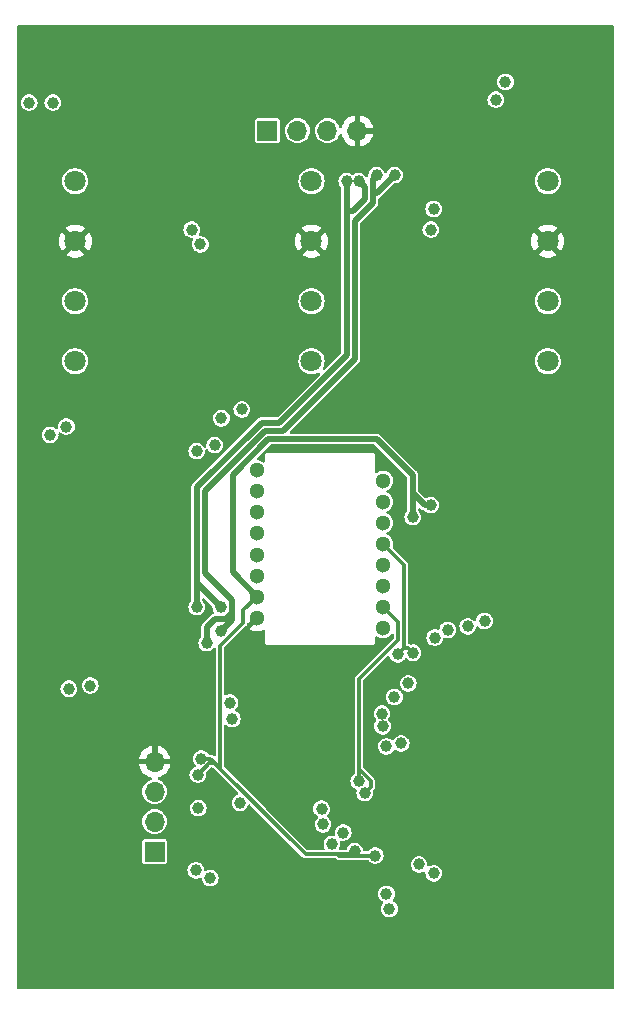
<source format=gbr>
%TF.GenerationSoftware,KiCad,Pcbnew,7.0.8*%
%TF.CreationDate,2024-03-02T19:00:56+02:00*%
%TF.ProjectId,mouse_hardware,6d6f7573-655f-4686-9172-64776172652e,rev?*%
%TF.SameCoordinates,Original*%
%TF.FileFunction,Copper,L4,Bot*%
%TF.FilePolarity,Positive*%
%FSLAX46Y46*%
G04 Gerber Fmt 4.6, Leading zero omitted, Abs format (unit mm)*
G04 Created by KiCad (PCBNEW 7.0.8) date 2024-03-02 19:00:56*
%MOMM*%
%LPD*%
G01*
G04 APERTURE LIST*
%TA.AperFunction,ComponentPad*%
%ADD10C,1.800000*%
%TD*%
%TA.AperFunction,ComponentPad*%
%ADD11R,1.700000X1.700000*%
%TD*%
%TA.AperFunction,ComponentPad*%
%ADD12O,1.700000X1.700000*%
%TD*%
%TA.AperFunction,ComponentPad*%
%ADD13C,1.300000*%
%TD*%
%TA.AperFunction,ViaPad*%
%ADD14C,1.000000*%
%TD*%
%TA.AperFunction,Conductor*%
%ADD15C,0.500000*%
%TD*%
%TA.AperFunction,Conductor*%
%ADD16C,0.300000*%
%TD*%
G04 APERTURE END LIST*
D10*
%TO.P,S3,1,COM*%
%TO.N,GND*%
X37149000Y-30480000D03*
%TO.P,S3,2,NO*%
%TO.N,MIDDLE_CLICK*%
X37149000Y-35560000D03*
%TO.P,S3,3,NC*%
%TO.N,unconnected-(S3-NC-Pad3)*%
X37149000Y-40640000D03*
%TD*%
%TO.P,S2,1,COM*%
%TO.N,GND*%
X57149000Y-30480000D03*
%TO.P,S2,2,NO*%
%TO.N,RIGHT_CLICK*%
X57149000Y-35560000D03*
%TO.P,S2,3,NC*%
%TO.N,unconnected-(S2-NC-Pad3)*%
X57149000Y-40640000D03*
%TD*%
%TO.P,S1,1,COM*%
%TO.N,GND*%
X17149000Y-30480000D03*
%TO.P,S1,2,NO*%
%TO.N,LEFT_CLICK*%
X17149000Y-35560000D03*
%TO.P,S1,3,NC*%
%TO.N,unconnected-(S1-NC-Pad3)*%
X17149000Y-40640000D03*
%TD*%
D11*
%TO.P,J2,1,Pin_1*%
%TO.N,+5V*%
X23866000Y-82156000D03*
D12*
%TO.P,J2,2,Pin_2*%
%TO.N,SWDIO*%
X23866000Y-79616000D03*
%TO.P,J2,3,Pin_3*%
%TO.N,SWCLK*%
X23866000Y-77076000D03*
%TO.P,J2,4,Pin_4*%
%TO.N,GND*%
X23866000Y-74536000D03*
%TD*%
D11*
%TO.P,J1,1,Pin_1*%
%TO.N,+5V*%
X33424000Y-21129000D03*
D12*
%TO.P,J1,2,Pin_2*%
%TO.N,USBDP*%
X35964000Y-21129000D03*
%TO.P,J1,3,Pin_3*%
%TO.N,USBDM*%
X38504000Y-21129000D03*
%TO.P,J1,4,Pin_4*%
%TO.N,GND*%
X41044000Y-21129000D03*
%TD*%
D10*
%TO.P,H3,1,1*%
%TO.N,unconnected-(H3-Pad1)*%
X17149000Y-25400000D03*
%TD*%
%TO.P,H2,1,1*%
%TO.N,unconnected-(H2-Pad1)*%
X37149000Y-25400000D03*
%TD*%
%TO.P,H1,1,1*%
%TO.N,unconnected-(H1-Pad1)*%
X57149000Y-25400000D03*
%TD*%
D13*
%TO.P,U2,1*%
%TO.N,N/C*%
X32517000Y-49889000D03*
%TO.P,U2,2*%
X32517000Y-51669000D03*
%TO.P,U2,3,VDDPIX*%
%TO.N,Net-(U2-VDDPIX)*%
X32517000Y-53449000D03*
%TO.P,U2,4,VDD*%
%TO.N,+2V*%
X32517000Y-55229000D03*
%TO.P,U2,5,VDDIO*%
%TO.N,+3V3*%
X32517000Y-57009000D03*
%TO.P,U2,6*%
%TO.N,N/C*%
X32517000Y-58789000D03*
%TO.P,U2,7,~{RESET}*%
%TO.N,NRST*%
X32517000Y-60569000D03*
%TO.P,U2,8,GND*%
%TO.N,GND*%
X32517000Y-62349000D03*
%TO.P,U2,9,MOTION*%
%TO.N,MOTION*%
X43217000Y-63239000D03*
%TO.P,U2,10,SCLK*%
%TO.N,SCK*%
X43217000Y-61459000D03*
%TO.P,U2,11,MOSI*%
%TO.N,MOSI*%
X43217000Y-59679000D03*
%TO.P,U2,12,MISO*%
%TO.N,MISO*%
X43217000Y-57899000D03*
%TO.P,U2,13,~{CS}*%
%TO.N,NCS*%
X43217000Y-56119000D03*
%TO.P,U2,14*%
%TO.N,N/C*%
X43217000Y-54339000D03*
%TO.P,U2,15,LED_P*%
%TO.N,Net-(U2-LED_P)*%
X43217000Y-52559000D03*
%TO.P,U2,16*%
%TO.N,N/C*%
X43217000Y-50779000D03*
%TD*%
D14*
%TO.N,+2V*%
X29525000Y-45475000D03*
X31250000Y-44725000D03*
%TO.N,NCS*%
X44444188Y-65469188D03*
X45750000Y-65325000D03*
%TO.N,NRST*%
X27525000Y-75650000D03*
X42550000Y-82500000D03*
X40800000Y-82125000D03*
X27825000Y-74300000D03*
%TO.N,MISO*%
X51800000Y-62625000D03*
%TO.N,MOSI*%
X47575000Y-64050000D03*
X38000000Y-78525000D03*
%TO.N,MISO*%
X38875000Y-81525000D03*
X39850000Y-80550000D03*
X50375000Y-63100000D03*
%TO.N,MOSI*%
X38125000Y-79850000D03*
X48675000Y-63400000D03*
%TO.N,+3V3*%
X18425000Y-68100000D03*
X16600000Y-68375000D03*
X16400000Y-46175000D03*
X15025000Y-46875000D03*
X28575000Y-84400000D03*
X27350000Y-83750000D03*
X31100000Y-78025000D03*
X27575000Y-78475000D03*
X43110000Y-70480000D03*
X43169062Y-71550500D03*
X44175000Y-69075000D03*
X45350000Y-67925000D03*
X30263041Y-69550000D03*
X30450000Y-70925000D03*
X15250000Y-18750000D03*
X13250000Y-18750000D03*
X27750000Y-30750000D03*
X27000000Y-29500000D03*
X47250000Y-29500000D03*
X47500000Y-27750000D03*
X43750000Y-87000000D03*
X43500000Y-85750000D03*
X47500000Y-84000000D03*
X46250000Y-83250000D03*
%TO.N,STATUS_LED*%
X52750000Y-18500000D03*
X53576000Y-17000000D03*
X44750000Y-73000000D03*
X43500000Y-73250000D03*
%TO.N,+3V3*%
X28956000Y-47752000D03*
X27432000Y-48260000D03*
%TO.N,USBDP*%
X41148000Y-25400000D03*
X40132000Y-25400000D03*
X29464000Y-61468000D03*
X27432000Y-61468000D03*
%TO.N,USBDM*%
X29464000Y-63500000D03*
X28281500Y-64516000D03*
X42672000Y-24892000D03*
X44196000Y-24892000D03*
%TO.N,NRST*%
X45720000Y-53848000D03*
X47244000Y-52832000D03*
%TO.N,SCK*%
X41656000Y-77216000D03*
X41148000Y-76200000D03*
%TD*%
D15*
%TO.N,USBDM*%
X42356000Y-26416000D02*
X42356000Y-27213950D01*
X42356000Y-27213950D02*
X40832000Y-28737950D01*
X34766000Y-46544000D02*
X33212000Y-46544000D01*
X30414000Y-60894000D02*
X30414000Y-61976000D01*
X40832000Y-28737950D02*
X40832000Y-40478000D01*
X33212000Y-46544000D02*
X28132000Y-51624000D01*
X28132000Y-51624000D02*
X28132000Y-58612000D01*
X40832000Y-40478000D02*
X34766000Y-46544000D01*
X28132000Y-58612000D02*
X30414000Y-60894000D01*
%TO.N,USBDP*%
X40132000Y-27940000D02*
X40132000Y-40138000D01*
X40132000Y-40138000D02*
X34426000Y-45844000D01*
X34426000Y-45844000D02*
X32922050Y-45844000D01*
X32922050Y-45844000D02*
X27432000Y-51334051D01*
X27432000Y-51334051D02*
X27432000Y-58928000D01*
D16*
%TO.N,NCS*%
X45750000Y-65325000D02*
X45350000Y-64925000D01*
X45350000Y-64925000D02*
X44975000Y-64925000D01*
X44444188Y-65469188D02*
X44444188Y-65455812D01*
X44444188Y-65455812D02*
X44975000Y-64925000D01*
X44975000Y-64925000D02*
X44975000Y-57877000D01*
X44975000Y-57877000D02*
X43217000Y-56119000D01*
%TO.N,SCK*%
X41148000Y-75184000D02*
X41148000Y-67564000D01*
X41148000Y-67564000D02*
X44475000Y-64237000D01*
X44475000Y-64237000D02*
X44475000Y-62717000D01*
X44475000Y-62717000D02*
X43217000Y-61459000D01*
%TO.N,NRST*%
X42550000Y-82500000D02*
X39450000Y-82500000D01*
X39450000Y-82500000D02*
X39325000Y-82375000D01*
X29413541Y-75136459D02*
X36652082Y-82375000D01*
X28951041Y-74673959D02*
X29413541Y-75136459D01*
X29413541Y-75136459D02*
X29413541Y-64752541D01*
X29413541Y-64752541D02*
X31350000Y-62816082D01*
X31350000Y-62816082D02*
X31350000Y-61736000D01*
X31350000Y-61736000D02*
X32517000Y-60569000D01*
X28501041Y-74673959D02*
X27525000Y-75650000D01*
X28951041Y-74673959D02*
X28501041Y-74673959D01*
X28577082Y-74300000D02*
X28951041Y-74673959D01*
X36652082Y-82375000D02*
X39325000Y-82375000D01*
X39325000Y-82375000D02*
X40550000Y-82375000D01*
X40550000Y-82375000D02*
X40800000Y-82125000D01*
X27825000Y-74300000D02*
X28577082Y-74300000D01*
D15*
%TO.N,USBDP*%
X41148000Y-25400000D02*
X41656000Y-25908000D01*
X40640000Y-27940000D02*
X40132000Y-27940000D01*
X41656000Y-26924000D02*
X40640000Y-27940000D01*
X27432000Y-59436000D02*
X27432000Y-58928000D01*
X41656000Y-25908000D02*
X41656000Y-26924000D01*
X27432000Y-58928000D02*
X27432000Y-61468000D01*
X29464000Y-61468000D02*
X27432000Y-59436000D01*
X40132000Y-25400000D02*
X40132000Y-27940000D01*
%TO.N,USBDM*%
X42356000Y-26416000D02*
X42356000Y-25208000D01*
X42356000Y-26416000D02*
X42672000Y-26416000D01*
X30414000Y-61976000D02*
X30414000Y-62550000D01*
X42356000Y-25208000D02*
X42672000Y-24892000D01*
X28281500Y-63158500D02*
X28956000Y-62484000D01*
X28281500Y-64516000D02*
X28281500Y-63158500D01*
X28956000Y-62484000D02*
X29906000Y-62484000D01*
X42672000Y-26416000D02*
X44196000Y-24892000D01*
X29906000Y-62484000D02*
X30414000Y-61976000D01*
X30414000Y-62550000D02*
X29464000Y-63500000D01*
%TO.N,NRST*%
X45720000Y-50292000D02*
X45720000Y-51816000D01*
X30480000Y-50265950D02*
X33501950Y-47244000D01*
X33501950Y-47244000D02*
X42672000Y-47244000D01*
X42672000Y-47244000D02*
X45720000Y-50292000D01*
X30480000Y-58532000D02*
X30480000Y-50265950D01*
X47244000Y-52832000D02*
X46736000Y-52832000D01*
X32517000Y-60569000D02*
X30480000Y-58532000D01*
X45720000Y-51816000D02*
X45720000Y-53848000D01*
X46736000Y-52832000D02*
X45720000Y-51816000D01*
D16*
%TO.N,SCK*%
X41148000Y-75184000D02*
X41148000Y-76200000D01*
X42164000Y-76708000D02*
X41656000Y-77216000D01*
X41148000Y-75184000D02*
X42164000Y-76200000D01*
X42164000Y-76200000D02*
X42164000Y-76708000D01*
%TD*%
%TA.AperFunction,Conductor*%
%TO.N,GND*%
G36*
X62742539Y-12220185D02*
G01*
X62788294Y-12272989D01*
X62799500Y-12324500D01*
X62799500Y-93675500D01*
X62779815Y-93742539D01*
X62727011Y-93788294D01*
X62675500Y-93799500D01*
X12324500Y-93799500D01*
X12257461Y-93779815D01*
X12211706Y-93727011D01*
X12200500Y-93675500D01*
X12200500Y-85750000D01*
X42794355Y-85750000D01*
X42814859Y-85918869D01*
X42814860Y-85918874D01*
X42875182Y-86077931D01*
X42937475Y-86168177D01*
X42971817Y-86217929D01*
X43099148Y-86330734D01*
X43099150Y-86330735D01*
X43167276Y-86366491D01*
X43217488Y-86415075D01*
X43233463Y-86483094D01*
X43211700Y-86546727D01*
X43125183Y-86672068D01*
X43125182Y-86672068D01*
X43064860Y-86831125D01*
X43064859Y-86831130D01*
X43044355Y-87000000D01*
X43064859Y-87168869D01*
X43064860Y-87168874D01*
X43125182Y-87327931D01*
X43187475Y-87418177D01*
X43221817Y-87467929D01*
X43327505Y-87561560D01*
X43349150Y-87580736D01*
X43499773Y-87659789D01*
X43499775Y-87659790D01*
X43664944Y-87700500D01*
X43835056Y-87700500D01*
X44000225Y-87659790D01*
X44079692Y-87618081D01*
X44150849Y-87580736D01*
X44150850Y-87580734D01*
X44150852Y-87580734D01*
X44278183Y-87467929D01*
X44374818Y-87327930D01*
X44435140Y-87168872D01*
X44455645Y-87000000D01*
X44435140Y-86831128D01*
X44374818Y-86672070D01*
X44278183Y-86532071D01*
X44150852Y-86419266D01*
X44150849Y-86419263D01*
X44082723Y-86383508D01*
X44032510Y-86334923D01*
X44016536Y-86266904D01*
X44038299Y-86203273D01*
X44124818Y-86077930D01*
X44185140Y-85918872D01*
X44205645Y-85750000D01*
X44185140Y-85581128D01*
X44124818Y-85422070D01*
X44028183Y-85282071D01*
X43900852Y-85169266D01*
X43900849Y-85169263D01*
X43750226Y-85090210D01*
X43585056Y-85049500D01*
X43414944Y-85049500D01*
X43249773Y-85090210D01*
X43099150Y-85169263D01*
X42971816Y-85282072D01*
X42875182Y-85422068D01*
X42814860Y-85581125D01*
X42814859Y-85581130D01*
X42794355Y-85750000D01*
X12200500Y-85750000D01*
X12200500Y-83750000D01*
X26644355Y-83750000D01*
X26664859Y-83918869D01*
X26664860Y-83918874D01*
X26725182Y-84077931D01*
X26784791Y-84164288D01*
X26821817Y-84217929D01*
X26927505Y-84311560D01*
X26949150Y-84330736D01*
X27081122Y-84400000D01*
X27099775Y-84409790D01*
X27264944Y-84450500D01*
X27435056Y-84450500D01*
X27600225Y-84409790D01*
X27695282Y-84359899D01*
X27763787Y-84346174D01*
X27828841Y-84371666D01*
X27869785Y-84428281D01*
X27876002Y-84454748D01*
X27889859Y-84568869D01*
X27889860Y-84568874D01*
X27950182Y-84727931D01*
X28012475Y-84818177D01*
X28046817Y-84867929D01*
X28152505Y-84961560D01*
X28174150Y-84980736D01*
X28305169Y-85049500D01*
X28324775Y-85059790D01*
X28489944Y-85100500D01*
X28660056Y-85100500D01*
X28825225Y-85059790D01*
X28904692Y-85018081D01*
X28975849Y-84980736D01*
X28975850Y-84980734D01*
X28975852Y-84980734D01*
X29103183Y-84867929D01*
X29199818Y-84727930D01*
X29260140Y-84568872D01*
X29280645Y-84400000D01*
X29260140Y-84231128D01*
X29199818Y-84072070D01*
X29103183Y-83932071D01*
X28989244Y-83831130D01*
X28975849Y-83819263D01*
X28825226Y-83740210D01*
X28660056Y-83699500D01*
X28489944Y-83699500D01*
X28324773Y-83740210D01*
X28229719Y-83790099D01*
X28161211Y-83803825D01*
X28096157Y-83778332D01*
X28055213Y-83721717D01*
X28048997Y-83695250D01*
X28035140Y-83581130D01*
X28035139Y-83581125D01*
X27974817Y-83422068D01*
X27940476Y-83372318D01*
X27878183Y-83282071D01*
X27841982Y-83250000D01*
X45544355Y-83250000D01*
X45564859Y-83418869D01*
X45564860Y-83418874D01*
X45625182Y-83577931D01*
X45687475Y-83668177D01*
X45721817Y-83717929D01*
X45818774Y-83803825D01*
X45849150Y-83830736D01*
X45999773Y-83909789D01*
X45999775Y-83909790D01*
X46164944Y-83950500D01*
X46335056Y-83950500D01*
X46500225Y-83909790D01*
X46616875Y-83848566D01*
X46685380Y-83834841D01*
X46750434Y-83860333D01*
X46791378Y-83916948D01*
X46797595Y-83973306D01*
X46794355Y-83999995D01*
X46794355Y-83999999D01*
X46814859Y-84168869D01*
X46814860Y-84168874D01*
X46875182Y-84327931D01*
X46897249Y-84359900D01*
X46971817Y-84467929D01*
X47077505Y-84561560D01*
X47099150Y-84580736D01*
X47249773Y-84659789D01*
X47249775Y-84659790D01*
X47414944Y-84700500D01*
X47585056Y-84700500D01*
X47750225Y-84659790D01*
X47829692Y-84618081D01*
X47900849Y-84580736D01*
X47900850Y-84580734D01*
X47900852Y-84580734D01*
X48028183Y-84467929D01*
X48124818Y-84327930D01*
X48185140Y-84168872D01*
X48205645Y-84000000D01*
X48185140Y-83831128D01*
X48180641Y-83819266D01*
X48124817Y-83672068D01*
X48062045Y-83581128D01*
X48028183Y-83532071D01*
X47900852Y-83419266D01*
X47900849Y-83419263D01*
X47750226Y-83340210D01*
X47585056Y-83299500D01*
X47414944Y-83299500D01*
X47249773Y-83340210D01*
X47133126Y-83401432D01*
X47064618Y-83415158D01*
X46999564Y-83389665D01*
X46958620Y-83333050D01*
X46952404Y-83276689D01*
X46955645Y-83250000D01*
X46935140Y-83081128D01*
X46874818Y-82922070D01*
X46778183Y-82782071D01*
X46675376Y-82690992D01*
X46650849Y-82669263D01*
X46500226Y-82590210D01*
X46335056Y-82549500D01*
X46164944Y-82549500D01*
X45999773Y-82590210D01*
X45849150Y-82669263D01*
X45721816Y-82782072D01*
X45625182Y-82922068D01*
X45564860Y-83081125D01*
X45564859Y-83081130D01*
X45544355Y-83250000D01*
X27841982Y-83250000D01*
X27750852Y-83169266D01*
X27750849Y-83169263D01*
X27600226Y-83090210D01*
X27435056Y-83049500D01*
X27264944Y-83049500D01*
X27099773Y-83090210D01*
X26949150Y-83169263D01*
X26821816Y-83282072D01*
X26725182Y-83422068D01*
X26664860Y-83581125D01*
X26664859Y-83581130D01*
X26644355Y-83750000D01*
X12200500Y-83750000D01*
X12200500Y-83025752D01*
X22815500Y-83025752D01*
X22827131Y-83084229D01*
X22827132Y-83084230D01*
X22871447Y-83150552D01*
X22937769Y-83194867D01*
X22937770Y-83194868D01*
X22996247Y-83206499D01*
X22996250Y-83206500D01*
X22996252Y-83206500D01*
X24735750Y-83206500D01*
X24735751Y-83206499D01*
X24750568Y-83203552D01*
X24794229Y-83194868D01*
X24794229Y-83194867D01*
X24794231Y-83194867D01*
X24860552Y-83150552D01*
X24904867Y-83084231D01*
X24904867Y-83084229D01*
X24904868Y-83084229D01*
X24916499Y-83025752D01*
X24916500Y-83025750D01*
X24916500Y-81286249D01*
X24916499Y-81286247D01*
X24904868Y-81227770D01*
X24904867Y-81227769D01*
X24860552Y-81161447D01*
X24794230Y-81117132D01*
X24794229Y-81117131D01*
X24735752Y-81105500D01*
X24735748Y-81105500D01*
X22996252Y-81105500D01*
X22996247Y-81105500D01*
X22937770Y-81117131D01*
X22937769Y-81117132D01*
X22871447Y-81161447D01*
X22827132Y-81227769D01*
X22827131Y-81227770D01*
X22815500Y-81286247D01*
X22815500Y-83025752D01*
X12200500Y-83025752D01*
X12200500Y-79616000D01*
X22810417Y-79616000D01*
X22830699Y-79821932D01*
X22851411Y-79890210D01*
X22890768Y-80019954D01*
X22988315Y-80202450D01*
X22988317Y-80202452D01*
X23119589Y-80362410D01*
X23202846Y-80430736D01*
X23279550Y-80493685D01*
X23462046Y-80591232D01*
X23660066Y-80651300D01*
X23660065Y-80651300D01*
X23678529Y-80653118D01*
X23866000Y-80671583D01*
X24071934Y-80651300D01*
X24269954Y-80591232D01*
X24452450Y-80493685D01*
X24612410Y-80362410D01*
X24743685Y-80202450D01*
X24841232Y-80019954D01*
X24901300Y-79821934D01*
X24921583Y-79616000D01*
X24901300Y-79410066D01*
X24841232Y-79212046D01*
X24743685Y-79029550D01*
X24691702Y-78966209D01*
X24612410Y-78869589D01*
X24452452Y-78738317D01*
X24452453Y-78738317D01*
X24452450Y-78738315D01*
X24269954Y-78640768D01*
X24071934Y-78580700D01*
X24071932Y-78580699D01*
X24071934Y-78580699D01*
X23866000Y-78560417D01*
X23660067Y-78580699D01*
X23462043Y-78640769D01*
X23351898Y-78699643D01*
X23279550Y-78738315D01*
X23279548Y-78738316D01*
X23279547Y-78738317D01*
X23119589Y-78869589D01*
X22988317Y-79029547D01*
X22890769Y-79212043D01*
X22830699Y-79410067D01*
X22810417Y-79616000D01*
X12200500Y-79616000D01*
X12200500Y-78475000D01*
X26869355Y-78475000D01*
X26889859Y-78643869D01*
X26889860Y-78643874D01*
X26950182Y-78802931D01*
X26984695Y-78852931D01*
X27046817Y-78942929D01*
X27103256Y-78992929D01*
X27174150Y-79055736D01*
X27323481Y-79134111D01*
X27324775Y-79134790D01*
X27489944Y-79175500D01*
X27660056Y-79175500D01*
X27825225Y-79134790D01*
X27904692Y-79093081D01*
X27975849Y-79055736D01*
X27975850Y-79055734D01*
X27975852Y-79055734D01*
X28103183Y-78942929D01*
X28199818Y-78802930D01*
X28260140Y-78643872D01*
X28280645Y-78475000D01*
X28260140Y-78306128D01*
X28199818Y-78147070D01*
X28189127Y-78131582D01*
X28137696Y-78057072D01*
X28103183Y-78007071D01*
X27975852Y-77894266D01*
X27975849Y-77894263D01*
X27825226Y-77815210D01*
X27660056Y-77774500D01*
X27489944Y-77774500D01*
X27324773Y-77815210D01*
X27174150Y-77894263D01*
X27046816Y-78007072D01*
X26950182Y-78147068D01*
X26889860Y-78306125D01*
X26889859Y-78306130D01*
X26869355Y-78475000D01*
X12200500Y-78475000D01*
X12200500Y-74786000D01*
X22535364Y-74786000D01*
X22592567Y-74999486D01*
X22592570Y-74999492D01*
X22692399Y-75213578D01*
X22827894Y-75407082D01*
X22994917Y-75574105D01*
X23188421Y-75709600D01*
X23402507Y-75809429D01*
X23402516Y-75809433D01*
X23524649Y-75842158D01*
X23584310Y-75878523D01*
X23614839Y-75941369D01*
X23606545Y-76010745D01*
X23562059Y-76064623D01*
X23528552Y-76080593D01*
X23462046Y-76100767D01*
X23370954Y-76149458D01*
X23279550Y-76198315D01*
X23279548Y-76198316D01*
X23279547Y-76198317D01*
X23119589Y-76329589D01*
X22988317Y-76489547D01*
X22890769Y-76672043D01*
X22830699Y-76870067D01*
X22810417Y-77076000D01*
X22830699Y-77281932D01*
X22855961Y-77365210D01*
X22890768Y-77479954D01*
X22988315Y-77662450D01*
X22988317Y-77662452D01*
X23119589Y-77822410D01*
X23160678Y-77856130D01*
X23279550Y-77953685D01*
X23462046Y-78051232D01*
X23660066Y-78111300D01*
X23660065Y-78111300D01*
X23678529Y-78113118D01*
X23866000Y-78131583D01*
X24071934Y-78111300D01*
X24269954Y-78051232D01*
X24452450Y-77953685D01*
X24612410Y-77822410D01*
X24743685Y-77662450D01*
X24841232Y-77479954D01*
X24901300Y-77281934D01*
X24921583Y-77076000D01*
X24901300Y-76870066D01*
X24841232Y-76672046D01*
X24743685Y-76489550D01*
X24687148Y-76420659D01*
X24612410Y-76329589D01*
X24452452Y-76198317D01*
X24452453Y-76198317D01*
X24452450Y-76198315D01*
X24269954Y-76100768D01*
X24203447Y-76080593D01*
X24145009Y-76042296D01*
X24116553Y-75978484D01*
X24127113Y-75909417D01*
X24173337Y-75857023D01*
X24207350Y-75842158D01*
X24329483Y-75809433D01*
X24329492Y-75809429D01*
X24543578Y-75709600D01*
X24737082Y-75574105D01*
X24904105Y-75407082D01*
X25039600Y-75213578D01*
X25139429Y-74999492D01*
X25139432Y-74999486D01*
X25196636Y-74786000D01*
X24299686Y-74786000D01*
X24325493Y-74745844D01*
X24366000Y-74607889D01*
X24366000Y-74464111D01*
X24325493Y-74326156D01*
X24299686Y-74286000D01*
X25196636Y-74286000D01*
X25196635Y-74285999D01*
X25139432Y-74072513D01*
X25139429Y-74072507D01*
X25039600Y-73858422D01*
X25039599Y-73858420D01*
X24904113Y-73664926D01*
X24904108Y-73664920D01*
X24737082Y-73497894D01*
X24543578Y-73362399D01*
X24329492Y-73262570D01*
X24329486Y-73262567D01*
X24116000Y-73205364D01*
X24116000Y-74100498D01*
X24008315Y-74051320D01*
X23901763Y-74036000D01*
X23830237Y-74036000D01*
X23723685Y-74051320D01*
X23616000Y-74100498D01*
X23616000Y-73205364D01*
X23615999Y-73205364D01*
X23402513Y-73262567D01*
X23402507Y-73262570D01*
X23188422Y-73362399D01*
X23188420Y-73362400D01*
X22994926Y-73497886D01*
X22994920Y-73497891D01*
X22827891Y-73664920D01*
X22827886Y-73664926D01*
X22692400Y-73858420D01*
X22692399Y-73858422D01*
X22592570Y-74072507D01*
X22592567Y-74072513D01*
X22535364Y-74285999D01*
X22535364Y-74286000D01*
X23432314Y-74286000D01*
X23406507Y-74326156D01*
X23366000Y-74464111D01*
X23366000Y-74607889D01*
X23406507Y-74745844D01*
X23432314Y-74786000D01*
X22535364Y-74786000D01*
X12200500Y-74786000D01*
X12200500Y-68375000D01*
X15894355Y-68375000D01*
X15914859Y-68543869D01*
X15914860Y-68543874D01*
X15975182Y-68702931D01*
X16014429Y-68759789D01*
X16071817Y-68842929D01*
X16164968Y-68925453D01*
X16199150Y-68955736D01*
X16349773Y-69034789D01*
X16349775Y-69034790D01*
X16514944Y-69075500D01*
X16685056Y-69075500D01*
X16850225Y-69034790D01*
X16929692Y-68993081D01*
X17000849Y-68955736D01*
X17000850Y-68955734D01*
X17000852Y-68955734D01*
X17128183Y-68842929D01*
X17224818Y-68702930D01*
X17285140Y-68543872D01*
X17305645Y-68375000D01*
X17285140Y-68206128D01*
X17244891Y-68100000D01*
X17719355Y-68100000D01*
X17739859Y-68268869D01*
X17739860Y-68268874D01*
X17800182Y-68427931D01*
X17853887Y-68505735D01*
X17896817Y-68567929D01*
X18002505Y-68661560D01*
X18024150Y-68680736D01*
X18150539Y-68747070D01*
X18174775Y-68759790D01*
X18339944Y-68800500D01*
X18510056Y-68800500D01*
X18675225Y-68759790D01*
X18783562Y-68702930D01*
X18825849Y-68680736D01*
X18825850Y-68680734D01*
X18825852Y-68680734D01*
X18953183Y-68567929D01*
X19049818Y-68427930D01*
X19110140Y-68268872D01*
X19130645Y-68100000D01*
X19110140Y-67931128D01*
X19101016Y-67907071D01*
X19058236Y-67794266D01*
X19049818Y-67772070D01*
X19041861Y-67760543D01*
X18995587Y-67693504D01*
X18953183Y-67632071D01*
X18858316Y-67548026D01*
X18825849Y-67519263D01*
X18675226Y-67440210D01*
X18510056Y-67399500D01*
X18339944Y-67399500D01*
X18174773Y-67440210D01*
X18024150Y-67519263D01*
X17896816Y-67632072D01*
X17800182Y-67772068D01*
X17739860Y-67931125D01*
X17739859Y-67931130D01*
X17719355Y-68100000D01*
X17244891Y-68100000D01*
X17224818Y-68047070D01*
X17128183Y-67907071D01*
X17000852Y-67794266D01*
X17000849Y-67794263D01*
X16850226Y-67715210D01*
X16685056Y-67674500D01*
X16514944Y-67674500D01*
X16349773Y-67715210D01*
X16199150Y-67794263D01*
X16071816Y-67907072D01*
X15975182Y-68047068D01*
X15914860Y-68206125D01*
X15914859Y-68206130D01*
X15894355Y-68375000D01*
X12200500Y-68375000D01*
X12200500Y-61468000D01*
X26726355Y-61468000D01*
X26746859Y-61636869D01*
X26746860Y-61636874D01*
X26807182Y-61795931D01*
X26819357Y-61813569D01*
X26903817Y-61935929D01*
X26970206Y-61994744D01*
X27031150Y-62048736D01*
X27162045Y-62117435D01*
X27181775Y-62127790D01*
X27346944Y-62168500D01*
X27517056Y-62168500D01*
X27682225Y-62127790D01*
X27769895Y-62081777D01*
X27832849Y-62048736D01*
X27832850Y-62048734D01*
X27832852Y-62048734D01*
X27960183Y-61935929D01*
X28056818Y-61795930D01*
X28117140Y-61636872D01*
X28137645Y-61468000D01*
X28117140Y-61299128D01*
X28056818Y-61140070D01*
X28036865Y-61111164D01*
X27994488Y-61049770D01*
X27960183Y-61000071D01*
X27960181Y-61000069D01*
X27924273Y-60968257D01*
X27887146Y-60909068D01*
X27882500Y-60875442D01*
X27882500Y-60822965D01*
X27902185Y-60755926D01*
X27954989Y-60710171D01*
X28024147Y-60700227D01*
X28087703Y-60729252D01*
X28094181Y-60735284D01*
X28723084Y-61364187D01*
X28756569Y-61425510D01*
X28758204Y-61460500D01*
X28758355Y-61460500D01*
X28758355Y-61463731D01*
X28758499Y-61466813D01*
X28758355Y-61467999D01*
X28778859Y-61636869D01*
X28778860Y-61636874D01*
X28839182Y-61795931D01*
X28883916Y-61860738D01*
X28905799Y-61927092D01*
X28888334Y-61994744D01*
X28837066Y-62042214D01*
X28818418Y-62049668D01*
X28813577Y-62051161D01*
X28805522Y-62053979D01*
X28752927Y-62081777D01*
X28699356Y-62107576D01*
X28692310Y-62112379D01*
X28685459Y-62117435D01*
X28664400Y-62138495D01*
X28643400Y-62159495D01*
X28626958Y-62174751D01*
X28599807Y-62199943D01*
X28594015Y-62207207D01*
X28593363Y-62206687D01*
X28583969Y-62218925D01*
X27983304Y-62819592D01*
X27978117Y-62824227D01*
X27947533Y-62848617D01*
X27947529Y-62848621D01*
X27914019Y-62897771D01*
X27878706Y-62945618D01*
X27874716Y-62953167D01*
X27871028Y-62960826D01*
X27853492Y-63017677D01*
X27833853Y-63073801D01*
X27832271Y-63082159D01*
X27831000Y-63090600D01*
X27831000Y-63150073D01*
X27828775Y-63209509D01*
X27829816Y-63218743D01*
X27828985Y-63218836D01*
X27831000Y-63234135D01*
X27831000Y-63923442D01*
X27811315Y-63990481D01*
X27789227Y-64016257D01*
X27753318Y-64048069D01*
X27656682Y-64188068D01*
X27596360Y-64347125D01*
X27596359Y-64347130D01*
X27575855Y-64516000D01*
X27596359Y-64684869D01*
X27596360Y-64684874D01*
X27656682Y-64843931D01*
X27693813Y-64897723D01*
X27753317Y-64983929D01*
X27859005Y-65077560D01*
X27880650Y-65096736D01*
X27993816Y-65156130D01*
X28031275Y-65175790D01*
X28196444Y-65216500D01*
X28366556Y-65216500D01*
X28531725Y-65175790D01*
X28611192Y-65134081D01*
X28682349Y-65096736D01*
X28682350Y-65096734D01*
X28682352Y-65096734D01*
X28809683Y-64983929D01*
X28836992Y-64944364D01*
X28891273Y-64900376D01*
X28960722Y-64892716D01*
X29023287Y-64923819D01*
X29059104Y-64983810D01*
X29063041Y-65014806D01*
X29063041Y-73986478D01*
X29043356Y-74053517D01*
X28990552Y-74099272D01*
X28921394Y-74109216D01*
X28857838Y-74080191D01*
X28845891Y-74066510D01*
X28845478Y-74066891D01*
X28838521Y-74059334D01*
X28838519Y-74059331D01*
X28812569Y-74039133D01*
X28806823Y-74034059D01*
X28804389Y-74031625D01*
X28804388Y-74031624D01*
X28804387Y-74031623D01*
X28797930Y-74027013D01*
X28786643Y-74018955D01*
X28746208Y-73987483D01*
X28746204Y-73987481D01*
X28739730Y-73983977D01*
X28733151Y-73980760D01*
X28684036Y-73966138D01*
X28635568Y-73949498D01*
X28628351Y-73948294D01*
X28621035Y-73947382D01*
X28571807Y-73949419D01*
X28569851Y-73949500D01*
X28499319Y-73949500D01*
X28432280Y-73929815D01*
X28397270Y-73895942D01*
X28353183Y-73832071D01*
X28225852Y-73719266D01*
X28225849Y-73719263D01*
X28075226Y-73640210D01*
X27910056Y-73599500D01*
X27739944Y-73599500D01*
X27574773Y-73640210D01*
X27424150Y-73719263D01*
X27296816Y-73832072D01*
X27200182Y-73972068D01*
X27139860Y-74131125D01*
X27139859Y-74131130D01*
X27119355Y-74300000D01*
X27139859Y-74468869D01*
X27139860Y-74468874D01*
X27200182Y-74627931D01*
X27296817Y-74767929D01*
X27312364Y-74781702D01*
X27349492Y-74840891D01*
X27348726Y-74910756D01*
X27310309Y-74969117D01*
X27281188Y-74986290D01*
X27281416Y-74986724D01*
X27124150Y-75069263D01*
X26996816Y-75182072D01*
X26900182Y-75322068D01*
X26839860Y-75481125D01*
X26839859Y-75481130D01*
X26819355Y-75650000D01*
X26839859Y-75818869D01*
X26839860Y-75818874D01*
X26900182Y-75977931D01*
X26942719Y-76039555D01*
X26996817Y-76117929D01*
X27102505Y-76211560D01*
X27124150Y-76230736D01*
X27274773Y-76309789D01*
X27274775Y-76309790D01*
X27439944Y-76350500D01*
X27610056Y-76350500D01*
X27775225Y-76309790D01*
X27854692Y-76268081D01*
X27925849Y-76230736D01*
X27925850Y-76230734D01*
X27925852Y-76230734D01*
X28053183Y-76117929D01*
X28149818Y-75977930D01*
X28210140Y-75818872D01*
X28230645Y-75650000D01*
X28215188Y-75522703D01*
X28226648Y-75453782D01*
X28250600Y-75420080D01*
X28609904Y-75060778D01*
X28671227Y-75027293D01*
X28697585Y-75024459D01*
X28754497Y-75024459D01*
X28821536Y-75044144D01*
X28842178Y-75060778D01*
X29119875Y-75338474D01*
X29124965Y-75344237D01*
X29133121Y-75354715D01*
X29170816Y-75389417D01*
X30932451Y-77151051D01*
X30965936Y-77212374D01*
X30960952Y-77282066D01*
X30919080Y-77337999D01*
X30874446Y-77359129D01*
X30849772Y-77365210D01*
X30699150Y-77444263D01*
X30571816Y-77557072D01*
X30475182Y-77697068D01*
X30414860Y-77856125D01*
X30414859Y-77856130D01*
X30394355Y-78025000D01*
X30414859Y-78193869D01*
X30414860Y-78193874D01*
X30475182Y-78352931D01*
X30537475Y-78443177D01*
X30571817Y-78492929D01*
X30670889Y-78580699D01*
X30699150Y-78605736D01*
X30849773Y-78684789D01*
X30849775Y-78684790D01*
X31014944Y-78725500D01*
X31185056Y-78725500D01*
X31350225Y-78684790D01*
X31434101Y-78640768D01*
X31500849Y-78605736D01*
X31500850Y-78605734D01*
X31500852Y-78605734D01*
X31628183Y-78492929D01*
X31724818Y-78352930D01*
X31769412Y-78235343D01*
X31811588Y-78179642D01*
X31877185Y-78155584D01*
X31945376Y-78170810D01*
X31973034Y-78191634D01*
X36369442Y-82588041D01*
X36385566Y-82607896D01*
X36390645Y-82615669D01*
X36416591Y-82635863D01*
X36422354Y-82640953D01*
X36424776Y-82643375D01*
X36424777Y-82643376D01*
X36442511Y-82656037D01*
X36482957Y-82687518D01*
X36489377Y-82690992D01*
X36489426Y-82691016D01*
X36489472Y-82691041D01*
X36496014Y-82694239D01*
X36496015Y-82694239D01*
X36496016Y-82694240D01*
X36510160Y-82698451D01*
X36545127Y-82708862D01*
X36593588Y-82725498D01*
X36593594Y-82725500D01*
X36593600Y-82725500D01*
X36600850Y-82726710D01*
X36608128Y-82727617D01*
X36659324Y-82725500D01*
X39126505Y-82725500D01*
X39193544Y-82745185D01*
X39202662Y-82751643D01*
X39206237Y-82754425D01*
X39214503Y-82760860D01*
X39220267Y-82765949D01*
X39222694Y-82768376D01*
X39240441Y-82781047D01*
X39280874Y-82812517D01*
X39280875Y-82812517D01*
X39280876Y-82812518D01*
X39287318Y-82816004D01*
X39293931Y-82819238D01*
X39293934Y-82819240D01*
X39305201Y-82822594D01*
X39343045Y-82833862D01*
X39391506Y-82850498D01*
X39391512Y-82850500D01*
X39391518Y-82850500D01*
X39398768Y-82851710D01*
X39406046Y-82852617D01*
X39457242Y-82850500D01*
X41875681Y-82850500D01*
X41942720Y-82870185D01*
X41977729Y-82904057D01*
X42021817Y-82967929D01*
X42087084Y-83025750D01*
X42149150Y-83080736D01*
X42299773Y-83159789D01*
X42299775Y-83159790D01*
X42464944Y-83200500D01*
X42635056Y-83200500D01*
X42800225Y-83159790D01*
X42879692Y-83118081D01*
X42950849Y-83080736D01*
X42950850Y-83080734D01*
X42950852Y-83080734D01*
X43078183Y-82967929D01*
X43174818Y-82827930D01*
X43235140Y-82668872D01*
X43255645Y-82500000D01*
X43235140Y-82331128D01*
X43174818Y-82172070D01*
X43078183Y-82032071D01*
X42950852Y-81919266D01*
X42950849Y-81919263D01*
X42800226Y-81840210D01*
X42635056Y-81799500D01*
X42464944Y-81799500D01*
X42299773Y-81840210D01*
X42149150Y-81919263D01*
X42030363Y-82024500D01*
X42021817Y-82032071D01*
X41977729Y-82095942D01*
X41923448Y-82139931D01*
X41875681Y-82149500D01*
X41618474Y-82149500D01*
X41551435Y-82129815D01*
X41505680Y-82077011D01*
X41495378Y-82040446D01*
X41493080Y-82021520D01*
X41485140Y-81956128D01*
X41424818Y-81797070D01*
X41328183Y-81657071D01*
X41200852Y-81544266D01*
X41200849Y-81544263D01*
X41050226Y-81465210D01*
X40885056Y-81424500D01*
X40714944Y-81424500D01*
X40549773Y-81465210D01*
X40399150Y-81544263D01*
X40271816Y-81657072D01*
X40175182Y-81797068D01*
X40119281Y-81944471D01*
X40077103Y-82000174D01*
X40011506Y-82024231D01*
X40003339Y-82024500D01*
X39614395Y-82024500D01*
X39547356Y-82004815D01*
X39501601Y-81952011D01*
X39491657Y-81882853D01*
X39498453Y-81856529D01*
X39520081Y-81799500D01*
X39560140Y-81693872D01*
X39580645Y-81525000D01*
X39562254Y-81373539D01*
X39573714Y-81304616D01*
X39620618Y-81252830D01*
X39688074Y-81234623D01*
X39715023Y-81238195D01*
X39764944Y-81250500D01*
X39935056Y-81250500D01*
X40100225Y-81209790D01*
X40192334Y-81161447D01*
X40250849Y-81130736D01*
X40250850Y-81130734D01*
X40250852Y-81130734D01*
X40378183Y-81017929D01*
X40474818Y-80877930D01*
X40535140Y-80718872D01*
X40555645Y-80550000D01*
X40535140Y-80381128D01*
X40474818Y-80222070D01*
X40378183Y-80082071D01*
X40250852Y-79969266D01*
X40250849Y-79969263D01*
X40100226Y-79890210D01*
X39935056Y-79849500D01*
X39764944Y-79849500D01*
X39599773Y-79890210D01*
X39449150Y-79969263D01*
X39321816Y-80082072D01*
X39225182Y-80222068D01*
X39164860Y-80381125D01*
X39164859Y-80381130D01*
X39144355Y-80550000D01*
X39162745Y-80701460D01*
X39151284Y-80770383D01*
X39104380Y-80822169D01*
X39036925Y-80840376D01*
X39009975Y-80836803D01*
X38960057Y-80824500D01*
X38960056Y-80824500D01*
X38789944Y-80824500D01*
X38624773Y-80865210D01*
X38474150Y-80944263D01*
X38346816Y-81057072D01*
X38250182Y-81197068D01*
X38189860Y-81356125D01*
X38189859Y-81356130D01*
X38169355Y-81525000D01*
X38189859Y-81693869D01*
X38189859Y-81693871D01*
X38189860Y-81693872D01*
X38229919Y-81799500D01*
X38251547Y-81856529D01*
X38256914Y-81926193D01*
X38223766Y-81987699D01*
X38162628Y-82021520D01*
X38135605Y-82024500D01*
X36848626Y-82024500D01*
X36781587Y-82004815D01*
X36760945Y-81988181D01*
X33297764Y-78525000D01*
X37294355Y-78525000D01*
X37314859Y-78693869D01*
X37314860Y-78693874D01*
X37375182Y-78852931D01*
X37437303Y-78942927D01*
X37471817Y-78992929D01*
X37599148Y-79105734D01*
X37634494Y-79124285D01*
X37684706Y-79172868D01*
X37700681Y-79240887D01*
X37677347Y-79306745D01*
X37659096Y-79326896D01*
X37596816Y-79382071D01*
X37500182Y-79522068D01*
X37439860Y-79681125D01*
X37439859Y-79681130D01*
X37419355Y-79850000D01*
X37439859Y-80018869D01*
X37439860Y-80018874D01*
X37500182Y-80177931D01*
X37562475Y-80268177D01*
X37596817Y-80317929D01*
X37702505Y-80411560D01*
X37724150Y-80430736D01*
X37874773Y-80509789D01*
X37874775Y-80509790D01*
X38039944Y-80550500D01*
X38210056Y-80550500D01*
X38375225Y-80509790D01*
X38454692Y-80468081D01*
X38525849Y-80430736D01*
X38525850Y-80430734D01*
X38525852Y-80430734D01*
X38653183Y-80317929D01*
X38749818Y-80177930D01*
X38810140Y-80018872D01*
X38830645Y-79850000D01*
X38810140Y-79681128D01*
X38749818Y-79522070D01*
X38653183Y-79382071D01*
X38525852Y-79269266D01*
X38490503Y-79250713D01*
X38440293Y-79202130D01*
X38424318Y-79134111D01*
X38447653Y-79068253D01*
X38465905Y-79048102D01*
X38486850Y-79029547D01*
X38528183Y-78992929D01*
X38624818Y-78852930D01*
X38685140Y-78693872D01*
X38705645Y-78525000D01*
X38685140Y-78356128D01*
X38683926Y-78352928D01*
X38663231Y-78298358D01*
X38624818Y-78197070D01*
X38622608Y-78193869D01*
X38579615Y-78131583D01*
X38528183Y-78057071D01*
X38400852Y-77944266D01*
X38400849Y-77944263D01*
X38250226Y-77865210D01*
X38085056Y-77824500D01*
X37914944Y-77824500D01*
X37749773Y-77865210D01*
X37599150Y-77944263D01*
X37471816Y-78057072D01*
X37375182Y-78197068D01*
X37314860Y-78356125D01*
X37314859Y-78356130D01*
X37294355Y-78525000D01*
X33297764Y-78525000D01*
X29800360Y-75027596D01*
X29766875Y-74966273D01*
X29764041Y-74939915D01*
X29764041Y-71528668D01*
X29783726Y-71461629D01*
X29836530Y-71415874D01*
X29905688Y-71405930D01*
X29969244Y-71434955D01*
X29970268Y-71435853D01*
X30049147Y-71505733D01*
X30049149Y-71505735D01*
X30199773Y-71584789D01*
X30199775Y-71584790D01*
X30364944Y-71625500D01*
X30535056Y-71625500D01*
X30700225Y-71584790D01*
X30779692Y-71543081D01*
X30850849Y-71505736D01*
X30850850Y-71505734D01*
X30850852Y-71505734D01*
X30978183Y-71392929D01*
X31074818Y-71252930D01*
X31135140Y-71093872D01*
X31155645Y-70925000D01*
X31135140Y-70756128D01*
X31074818Y-70597070D01*
X30978183Y-70457071D01*
X30850852Y-70344266D01*
X30850849Y-70344263D01*
X30741155Y-70286691D01*
X30690942Y-70238106D01*
X30674968Y-70170087D01*
X30698304Y-70104229D01*
X30716551Y-70084082D01*
X30791224Y-70017929D01*
X30887859Y-69877930D01*
X30948181Y-69718872D01*
X30968686Y-69550000D01*
X30948181Y-69381128D01*
X30887859Y-69222070D01*
X30791224Y-69082071D01*
X30663893Y-68969266D01*
X30663890Y-68969263D01*
X30513267Y-68890210D01*
X30348097Y-68849500D01*
X30177985Y-68849500D01*
X30012817Y-68890209D01*
X29945667Y-68925453D01*
X29877158Y-68939178D01*
X29812105Y-68913685D01*
X29771161Y-68857069D01*
X29764041Y-68815656D01*
X29764041Y-64949084D01*
X29783726Y-64882045D01*
X29800355Y-64861408D01*
X31563046Y-63098716D01*
X31582902Y-63082593D01*
X31590669Y-63077519D01*
X31610873Y-63051559D01*
X31615941Y-63045821D01*
X31618376Y-63043388D01*
X31622162Y-63038084D01*
X31631048Y-63025640D01*
X31662513Y-62985213D01*
X31662512Y-62985213D01*
X31662517Y-62985208D01*
X31662519Y-62985201D01*
X31665982Y-62978800D01*
X31666021Y-62978722D01*
X31666058Y-62978652D01*
X31669233Y-62972156D01*
X31669240Y-62972148D01*
X31683860Y-62923038D01*
X31700500Y-62874570D01*
X31700500Y-62874566D01*
X31701692Y-62867423D01*
X31701701Y-62867353D01*
X31701714Y-62867272D01*
X31703889Y-62849834D01*
X31705590Y-62850046D01*
X31705713Y-62849641D01*
X31706902Y-62850001D01*
X31719753Y-62798395D01*
X31739083Y-62773361D01*
X32166012Y-62346431D01*
X32163372Y-62378302D01*
X32192047Y-62491538D01*
X32255936Y-62589327D01*
X32348115Y-62661072D01*
X32458595Y-62699000D01*
X32520551Y-62699000D01*
X31899991Y-63319560D01*
X31899992Y-63319561D01*
X32002201Y-63382845D01*
X32002210Y-63382850D01*
X32200936Y-63459836D01*
X32200941Y-63459837D01*
X32410439Y-63499000D01*
X32623561Y-63499000D01*
X32833058Y-63459837D01*
X32833063Y-63459836D01*
X33031789Y-63382850D01*
X33031790Y-63382850D01*
X33032220Y-63382584D01*
X33032454Y-63382519D01*
X33036921Y-63380295D01*
X33037356Y-63381169D01*
X33099581Y-63364027D01*
X33166280Y-63384834D01*
X33211143Y-63438398D01*
X33221500Y-63488010D01*
X33221500Y-64455737D01*
X33221500Y-64547263D01*
X33225493Y-64555554D01*
X33234660Y-64581753D01*
X33236710Y-64590731D01*
X33236711Y-64590733D01*
X33236712Y-64590734D01*
X33242449Y-64597928D01*
X33257218Y-64621431D01*
X33261211Y-64629723D01*
X33261212Y-64629724D01*
X33268406Y-64635461D01*
X33288038Y-64655093D01*
X33293776Y-64662288D01*
X33302065Y-64666279D01*
X33325570Y-64681049D01*
X33332769Y-64686790D01*
X33341743Y-64688838D01*
X33367944Y-64698006D01*
X33376237Y-64702000D01*
X42357762Y-64702000D01*
X42357763Y-64702000D01*
X42366049Y-64698008D01*
X42392262Y-64688837D01*
X42394446Y-64688338D01*
X42401231Y-64686790D01*
X42408422Y-64681054D01*
X42431933Y-64666280D01*
X42440224Y-64662288D01*
X42445955Y-64655100D01*
X42465601Y-64635455D01*
X42472788Y-64629724D01*
X42476782Y-64621431D01*
X42491556Y-64597920D01*
X42497290Y-64590731D01*
X42499337Y-64581762D01*
X42508510Y-64555547D01*
X42512500Y-64547262D01*
X42512500Y-64021790D01*
X42532185Y-63954751D01*
X42584989Y-63908996D01*
X42654147Y-63899052D01*
X42709386Y-63921473D01*
X42789401Y-63979608D01*
X42789402Y-63979609D01*
X42789404Y-63979610D01*
X42789407Y-63979612D01*
X42952733Y-64052329D01*
X43127609Y-64089500D01*
X43127610Y-64089500D01*
X43306389Y-64089500D01*
X43306391Y-64089500D01*
X43481267Y-64052329D01*
X43644593Y-63979612D01*
X43789230Y-63874526D01*
X43831186Y-63827930D01*
X43892540Y-63759789D01*
X43908350Y-63742229D01*
X43967836Y-63705581D01*
X44037693Y-63706911D01*
X44095742Y-63745798D01*
X44123552Y-63809895D01*
X44124500Y-63825202D01*
X44124500Y-64040455D01*
X44104815Y-64107494D01*
X44088181Y-64128136D01*
X40934955Y-67281361D01*
X40915106Y-67297482D01*
X40907331Y-67302562D01*
X40887143Y-67328498D01*
X40882067Y-67334248D01*
X40879634Y-67336681D01*
X40879623Y-67336694D01*
X40866954Y-67354438D01*
X40835483Y-67394872D01*
X40831975Y-67401353D01*
X40828760Y-67407932D01*
X40814138Y-67457045D01*
X40797498Y-67505516D01*
X40796294Y-67512733D01*
X40795382Y-67520046D01*
X40797500Y-67571230D01*
X40797500Y-75134788D01*
X40794861Y-75160232D01*
X40792957Y-75169311D01*
X40792957Y-75169317D01*
X40797023Y-75201937D01*
X40797500Y-75209614D01*
X40797500Y-75519430D01*
X40777815Y-75586469D01*
X40751870Y-75613286D01*
X40752762Y-75614293D01*
X40747149Y-75619265D01*
X40747148Y-75619266D01*
X40645182Y-75709600D01*
X40619816Y-75732072D01*
X40523182Y-75872068D01*
X40462860Y-76031125D01*
X40462859Y-76031130D01*
X40442355Y-76200000D01*
X40462859Y-76368869D01*
X40462860Y-76368874D01*
X40523182Y-76527931D01*
X40585475Y-76618177D01*
X40619817Y-76667929D01*
X40747148Y-76780734D01*
X40747150Y-76780735D01*
X40897775Y-76859790D01*
X40904793Y-76862452D01*
X40903923Y-76864744D01*
X40954060Y-76893932D01*
X40985854Y-76956149D01*
X40979954Y-77023148D01*
X40970860Y-77047126D01*
X40970859Y-77047130D01*
X40950355Y-77216000D01*
X40970859Y-77384869D01*
X40970860Y-77384874D01*
X41031182Y-77543931D01*
X41040253Y-77557072D01*
X41127817Y-77683929D01*
X41230051Y-77774500D01*
X41255150Y-77796736D01*
X41405773Y-77875789D01*
X41405775Y-77875790D01*
X41570944Y-77916500D01*
X41741056Y-77916500D01*
X41906225Y-77875790D01*
X42007931Y-77822410D01*
X42056849Y-77796736D01*
X42056850Y-77796734D01*
X42056852Y-77796734D01*
X42184183Y-77683929D01*
X42280818Y-77543930D01*
X42341140Y-77384872D01*
X42361645Y-77216000D01*
X42346366Y-77090168D01*
X42357826Y-77021246D01*
X42397186Y-76976483D01*
X42397108Y-76976398D01*
X42397917Y-76975653D01*
X42401647Y-76971410D01*
X42404669Y-76969437D01*
X42424873Y-76943477D01*
X42429941Y-76937739D01*
X42432375Y-76935307D01*
X42445044Y-76917562D01*
X42476517Y-76877126D01*
X42476518Y-76877120D01*
X42480017Y-76870656D01*
X42483235Y-76864071D01*
X42483239Y-76864067D01*
X42497858Y-76814962D01*
X42514500Y-76766488D01*
X42514500Y-76766481D01*
X42515706Y-76759256D01*
X42516617Y-76751952D01*
X42514500Y-76700770D01*
X42514500Y-76249211D01*
X42517139Y-76223764D01*
X42519043Y-76214685D01*
X42517002Y-76198315D01*
X42514977Y-76182061D01*
X42514500Y-76174385D01*
X42514500Y-76170960D01*
X42510912Y-76149458D01*
X42510121Y-76143119D01*
X42504573Y-76098607D01*
X42504571Y-76098603D01*
X42502502Y-76091653D01*
X42502470Y-76091559D01*
X42502444Y-76091472D01*
X42500091Y-76084617D01*
X42475704Y-76039555D01*
X42453199Y-75993518D01*
X42448919Y-75987524D01*
X42444419Y-75981743D01*
X42406724Y-75947041D01*
X41534819Y-75075136D01*
X41501334Y-75013813D01*
X41498500Y-74987455D01*
X41498500Y-73250000D01*
X42794355Y-73250000D01*
X42814859Y-73418869D01*
X42814860Y-73418874D01*
X42875182Y-73577931D01*
X42918171Y-73640210D01*
X42971817Y-73717929D01*
X43077505Y-73811560D01*
X43099150Y-73830736D01*
X43223388Y-73895941D01*
X43249775Y-73909790D01*
X43414944Y-73950500D01*
X43585056Y-73950500D01*
X43750225Y-73909790D01*
X43829692Y-73868081D01*
X43900849Y-73830736D01*
X43900850Y-73830734D01*
X43900852Y-73830734D01*
X44028183Y-73717929D01*
X44124818Y-73577930D01*
X44124818Y-73577929D01*
X44129079Y-73571757D01*
X44131859Y-73573676D01*
X44169676Y-73534324D01*
X44237640Y-73518117D01*
X44303577Y-73541227D01*
X44313483Y-73549138D01*
X44349147Y-73580733D01*
X44349149Y-73580735D01*
X44384903Y-73599500D01*
X44499775Y-73659790D01*
X44664944Y-73700500D01*
X44835056Y-73700500D01*
X45000225Y-73659790D01*
X45115097Y-73599500D01*
X45150849Y-73580736D01*
X45150850Y-73580734D01*
X45150852Y-73580734D01*
X45278183Y-73467929D01*
X45374818Y-73327930D01*
X45435140Y-73168872D01*
X45455645Y-73000000D01*
X45435140Y-72831128D01*
X45374818Y-72672070D01*
X45372881Y-72669264D01*
X45340476Y-72622318D01*
X45278183Y-72532071D01*
X45150852Y-72419266D01*
X45150849Y-72419263D01*
X45000226Y-72340210D01*
X44835056Y-72299500D01*
X44664944Y-72299500D01*
X44499773Y-72340210D01*
X44349150Y-72419263D01*
X44221816Y-72532072D01*
X44120921Y-72678243D01*
X44118221Y-72676379D01*
X44079794Y-72715976D01*
X44011751Y-72731849D01*
X43945928Y-72708415D01*
X43936516Y-72700861D01*
X43900852Y-72669266D01*
X43900850Y-72669264D01*
X43750226Y-72590210D01*
X43585056Y-72549500D01*
X43414944Y-72549500D01*
X43249773Y-72590210D01*
X43099150Y-72669263D01*
X42971816Y-72782072D01*
X42875182Y-72922068D01*
X42814860Y-73081125D01*
X42814859Y-73081130D01*
X42794355Y-73250000D01*
X41498500Y-73250000D01*
X41498500Y-70480000D01*
X42404355Y-70480000D01*
X42424859Y-70648869D01*
X42424860Y-70648874D01*
X42485182Y-70807931D01*
X42485183Y-70807932D01*
X42581817Y-70947929D01*
X42581819Y-70947931D01*
X42581821Y-70947933D01*
X42593910Y-70958643D01*
X42631037Y-71017832D01*
X42630269Y-71087698D01*
X42613733Y-71121898D01*
X42544245Y-71222568D01*
X42544244Y-71222568D01*
X42483922Y-71381625D01*
X42483921Y-71381630D01*
X42463417Y-71550500D01*
X42483921Y-71719369D01*
X42483922Y-71719374D01*
X42544244Y-71878431D01*
X42606537Y-71968677D01*
X42640879Y-72018429D01*
X42746567Y-72112060D01*
X42768212Y-72131236D01*
X42918835Y-72210289D01*
X42918837Y-72210290D01*
X43084006Y-72251000D01*
X43254118Y-72251000D01*
X43419287Y-72210290D01*
X43498754Y-72168581D01*
X43569911Y-72131236D01*
X43569912Y-72131234D01*
X43569914Y-72131234D01*
X43697245Y-72018429D01*
X43793880Y-71878430D01*
X43854202Y-71719372D01*
X43874707Y-71550500D01*
X43854202Y-71381628D01*
X43793880Y-71222570D01*
X43697245Y-71082571D01*
X43685149Y-71071855D01*
X43648024Y-71012666D01*
X43648792Y-70942801D01*
X43665326Y-70908605D01*
X43734818Y-70807930D01*
X43795140Y-70648872D01*
X43815645Y-70480000D01*
X43795140Y-70311128D01*
X43734818Y-70152070D01*
X43638183Y-70012071D01*
X43510852Y-69899266D01*
X43510849Y-69899263D01*
X43360226Y-69820210D01*
X43195056Y-69779500D01*
X43024944Y-69779500D01*
X42859773Y-69820210D01*
X42709150Y-69899263D01*
X42581816Y-70012072D01*
X42485182Y-70152068D01*
X42424860Y-70311125D01*
X42424859Y-70311130D01*
X42404355Y-70480000D01*
X41498500Y-70480000D01*
X41498500Y-69075000D01*
X43469355Y-69075000D01*
X43489859Y-69243869D01*
X43489860Y-69243874D01*
X43550182Y-69402931D01*
X43612475Y-69493177D01*
X43646817Y-69542929D01*
X43752505Y-69636560D01*
X43774150Y-69655736D01*
X43924773Y-69734789D01*
X43924775Y-69734790D01*
X44089944Y-69775500D01*
X44260056Y-69775500D01*
X44425225Y-69734790D01*
X44504692Y-69693081D01*
X44575849Y-69655736D01*
X44575850Y-69655734D01*
X44575852Y-69655734D01*
X44703183Y-69542929D01*
X44799818Y-69402930D01*
X44860140Y-69243872D01*
X44880645Y-69075000D01*
X44860140Y-68906128D01*
X44799818Y-68747070D01*
X44769351Y-68702931D01*
X44716096Y-68625778D01*
X44696805Y-68567284D01*
X44693259Y-68567914D01*
X44628782Y-68540999D01*
X44624652Y-68537499D01*
X44575852Y-68494266D01*
X44575850Y-68494265D01*
X44575849Y-68494264D01*
X44425226Y-68415210D01*
X44260056Y-68374500D01*
X44089944Y-68374500D01*
X43924773Y-68415210D01*
X43774150Y-68494263D01*
X43646816Y-68607072D01*
X43550182Y-68747068D01*
X43489860Y-68906125D01*
X43489859Y-68906130D01*
X43469355Y-69075000D01*
X41498500Y-69075000D01*
X41498500Y-67925000D01*
X44644355Y-67925000D01*
X44664859Y-68093869D01*
X44664860Y-68093874D01*
X44725182Y-68252931D01*
X44808903Y-68374221D01*
X44828193Y-68432714D01*
X44831739Y-68432085D01*
X44896217Y-68459000D01*
X44900343Y-68462497D01*
X44949148Y-68505734D01*
X45099775Y-68584790D01*
X45264944Y-68625500D01*
X45435056Y-68625500D01*
X45600225Y-68584790D01*
X45690373Y-68537476D01*
X45750849Y-68505736D01*
X45750850Y-68505734D01*
X45750852Y-68505734D01*
X45878183Y-68392929D01*
X45974818Y-68252930D01*
X46035140Y-68093872D01*
X46055645Y-67925000D01*
X46035140Y-67756128D01*
X45974818Y-67597070D01*
X45878183Y-67457071D01*
X45750852Y-67344266D01*
X45750849Y-67344263D01*
X45600226Y-67265210D01*
X45435056Y-67224500D01*
X45264944Y-67224500D01*
X45099773Y-67265210D01*
X44949150Y-67344263D01*
X44821816Y-67457072D01*
X44725182Y-67597068D01*
X44664860Y-67756125D01*
X44664859Y-67756130D01*
X44644355Y-67925000D01*
X41498500Y-67925000D01*
X41498500Y-67760543D01*
X41518185Y-67693504D01*
X41534814Y-67672867D01*
X43571349Y-65636331D01*
X43632670Y-65602848D01*
X43702362Y-65607832D01*
X43758295Y-65649704D01*
X43774970Y-65680043D01*
X43819370Y-65797119D01*
X43881663Y-65887365D01*
X43916005Y-65937117D01*
X44015769Y-66025500D01*
X44043338Y-66049924D01*
X44193961Y-66128977D01*
X44193963Y-66128978D01*
X44359132Y-66169688D01*
X44529244Y-66169688D01*
X44694413Y-66128978D01*
X44773880Y-66087269D01*
X44845037Y-66049924D01*
X44845038Y-66049922D01*
X44845040Y-66049922D01*
X44972371Y-65937117D01*
X45049278Y-65825698D01*
X45103557Y-65781711D01*
X45173006Y-65774051D01*
X45233552Y-65803325D01*
X45349150Y-65905736D01*
X45499773Y-65984789D01*
X45499775Y-65984790D01*
X45664944Y-66025500D01*
X45835056Y-66025500D01*
X46000225Y-65984790D01*
X46091061Y-65937115D01*
X46150849Y-65905736D01*
X46150850Y-65905734D01*
X46150852Y-65905734D01*
X46278183Y-65792929D01*
X46374818Y-65652930D01*
X46435140Y-65493872D01*
X46455645Y-65325000D01*
X46435140Y-65156128D01*
X46374818Y-64997070D01*
X46365747Y-64983929D01*
X46281173Y-64861403D01*
X46278183Y-64857071D01*
X46150852Y-64744266D01*
X46150849Y-64744263D01*
X46000226Y-64665210D01*
X45835056Y-64624500D01*
X45664944Y-64624500D01*
X45664943Y-64624500D01*
X45624305Y-64634516D01*
X45554503Y-64631446D01*
X45528226Y-64617245D01*
X45528158Y-64617372D01*
X45519127Y-64612484D01*
X45519126Y-64612483D01*
X45519124Y-64612482D01*
X45512648Y-64608977D01*
X45506069Y-64605761D01*
X45506066Y-64605760D01*
X45456954Y-64591138D01*
X45434457Y-64583415D01*
X45409235Y-64574756D01*
X45352220Y-64534369D01*
X45326091Y-64469569D01*
X45325500Y-64457475D01*
X45325500Y-64050000D01*
X46869355Y-64050000D01*
X46889859Y-64218869D01*
X46889860Y-64218874D01*
X46950182Y-64377931D01*
X47003889Y-64455737D01*
X47046817Y-64517929D01*
X47137109Y-64597920D01*
X47174150Y-64630736D01*
X47322483Y-64708587D01*
X47324775Y-64709790D01*
X47489944Y-64750500D01*
X47660056Y-64750500D01*
X47825225Y-64709790D01*
X47915732Y-64662288D01*
X47975849Y-64630736D01*
X47975850Y-64630734D01*
X47975852Y-64630734D01*
X48103183Y-64517929D01*
X48199818Y-64377930D01*
X48260140Y-64218872D01*
X48266807Y-64163959D01*
X48294428Y-64099782D01*
X48352362Y-64060725D01*
X48419578Y-64058509D01*
X48424774Y-64059789D01*
X48424775Y-64059790D01*
X48589944Y-64100500D01*
X48760056Y-64100500D01*
X48925225Y-64059790D01*
X49057281Y-63990481D01*
X49075849Y-63980736D01*
X49075850Y-63980734D01*
X49075852Y-63980734D01*
X49203183Y-63867929D01*
X49299818Y-63727930D01*
X49360140Y-63568872D01*
X49380645Y-63400000D01*
X49360140Y-63231128D01*
X49351941Y-63209510D01*
X49310410Y-63100000D01*
X49669355Y-63100000D01*
X49689859Y-63268869D01*
X49689860Y-63268874D01*
X49750182Y-63427931D01*
X49812475Y-63518177D01*
X49846817Y-63567929D01*
X49952505Y-63661560D01*
X49974150Y-63680736D01*
X50124773Y-63759789D01*
X50124775Y-63759790D01*
X50289944Y-63800500D01*
X50460056Y-63800500D01*
X50625225Y-63759790D01*
X50704692Y-63718081D01*
X50775849Y-63680736D01*
X50775850Y-63680734D01*
X50775852Y-63680734D01*
X50903183Y-63567929D01*
X50999818Y-63427930D01*
X51060140Y-63268872D01*
X51071509Y-63175239D01*
X51099129Y-63111063D01*
X51157063Y-63072006D01*
X51226916Y-63070471D01*
X51276831Y-63097371D01*
X51399150Y-63205736D01*
X51537129Y-63278153D01*
X51549775Y-63284790D01*
X51714944Y-63325500D01*
X51885056Y-63325500D01*
X52050225Y-63284790D01*
X52146739Y-63234135D01*
X52200849Y-63205736D01*
X52200850Y-63205734D01*
X52200852Y-63205734D01*
X52328183Y-63092929D01*
X52424818Y-62952930D01*
X52485140Y-62793872D01*
X52505645Y-62625000D01*
X52485140Y-62456128D01*
X52477764Y-62436680D01*
X52434516Y-62322641D01*
X52424818Y-62297070D01*
X52407740Y-62272329D01*
X52362913Y-62207386D01*
X52328183Y-62157071D01*
X52211816Y-62053979D01*
X52200849Y-62044263D01*
X52050226Y-61965210D01*
X51885056Y-61924500D01*
X51714944Y-61924500D01*
X51549773Y-61965210D01*
X51399150Y-62044263D01*
X51271816Y-62157072D01*
X51175182Y-62297068D01*
X51114860Y-62456125D01*
X51114859Y-62456130D01*
X51103491Y-62549759D01*
X51075869Y-62613937D01*
X51017935Y-62652993D01*
X50948082Y-62654528D01*
X50898168Y-62627628D01*
X50880054Y-62611581D01*
X50775852Y-62519266D01*
X50775850Y-62519265D01*
X50775849Y-62519264D01*
X50625226Y-62440210D01*
X50460056Y-62399500D01*
X50289944Y-62399500D01*
X50124773Y-62440210D01*
X49974150Y-62519263D01*
X49846816Y-62632072D01*
X49750182Y-62772068D01*
X49689860Y-62931125D01*
X49689859Y-62931130D01*
X49669355Y-63100000D01*
X49310410Y-63100000D01*
X49309413Y-63097371D01*
X49299818Y-63072070D01*
X49298714Y-63070471D01*
X49262273Y-63017677D01*
X49203183Y-62932071D01*
X49081452Y-62824227D01*
X49075849Y-62819263D01*
X48925226Y-62740210D01*
X48760056Y-62699500D01*
X48589944Y-62699500D01*
X48424773Y-62740210D01*
X48274150Y-62819263D01*
X48185534Y-62897771D01*
X48147882Y-62931128D01*
X48146816Y-62932072D01*
X48050182Y-63072068D01*
X47989860Y-63231125D01*
X47989859Y-63231130D01*
X47983192Y-63286041D01*
X47955570Y-63350218D01*
X47897635Y-63389274D01*
X47830422Y-63391490D01*
X47660057Y-63349500D01*
X47660056Y-63349500D01*
X47489944Y-63349500D01*
X47324773Y-63390210D01*
X47174150Y-63469263D01*
X47046816Y-63582072D01*
X46950182Y-63722068D01*
X46889860Y-63881125D01*
X46889859Y-63881130D01*
X46869355Y-64050000D01*
X45325500Y-64050000D01*
X45325500Y-57926206D01*
X45328139Y-57900760D01*
X45330042Y-57891685D01*
X45327782Y-57873561D01*
X45325977Y-57859068D01*
X45325500Y-57851391D01*
X45325500Y-57847963D01*
X45325498Y-57847950D01*
X45321910Y-57826449D01*
X45317590Y-57791790D01*
X45315573Y-57775607D01*
X45315572Y-57775604D01*
X45313518Y-57768704D01*
X45313475Y-57768579D01*
X45313437Y-57768453D01*
X45311092Y-57761618D01*
X45286704Y-57716555D01*
X45264199Y-57670518D01*
X45259919Y-57664524D01*
X45255419Y-57658743D01*
X45217724Y-57624041D01*
X44067251Y-56473569D01*
X44033766Y-56412246D01*
X44037000Y-56347572D01*
X44053497Y-56296803D01*
X44072185Y-56119000D01*
X44053497Y-55941197D01*
X43998250Y-55771165D01*
X43908859Y-55616335D01*
X43862003Y-55564296D01*
X43789235Y-55483478D01*
X43789232Y-55483476D01*
X43789231Y-55483475D01*
X43789230Y-55483474D01*
X43644593Y-55378388D01*
X43563489Y-55342278D01*
X43510254Y-55297030D01*
X43489932Y-55230181D01*
X43508977Y-55162957D01*
X43561343Y-55116701D01*
X43563427Y-55115748D01*
X43644593Y-55079612D01*
X43789230Y-54974526D01*
X43908859Y-54841665D01*
X43998250Y-54686835D01*
X44053497Y-54516803D01*
X44072185Y-54339000D01*
X44053497Y-54161197D01*
X44025873Y-54076181D01*
X43998252Y-53991170D01*
X43998249Y-53991164D01*
X43908859Y-53836335D01*
X43862003Y-53784296D01*
X43789235Y-53703478D01*
X43789232Y-53703476D01*
X43789231Y-53703475D01*
X43789230Y-53703474D01*
X43644593Y-53598388D01*
X43563489Y-53562278D01*
X43510254Y-53517030D01*
X43489932Y-53450181D01*
X43508977Y-53382957D01*
X43561343Y-53336701D01*
X43563427Y-53335748D01*
X43644593Y-53299612D01*
X43789230Y-53194526D01*
X43908859Y-53061665D01*
X43998250Y-52906835D01*
X44053497Y-52736803D01*
X44072185Y-52559000D01*
X44053497Y-52381197D01*
X43998250Y-52211165D01*
X43908859Y-52056335D01*
X43862003Y-52004296D01*
X43789235Y-51923478D01*
X43789232Y-51923476D01*
X43789231Y-51923475D01*
X43789230Y-51923474D01*
X43644593Y-51818388D01*
X43563489Y-51782278D01*
X43510254Y-51737030D01*
X43489932Y-51670181D01*
X43508977Y-51602957D01*
X43561343Y-51556701D01*
X43563427Y-51555748D01*
X43644593Y-51519612D01*
X43789230Y-51414526D01*
X43908859Y-51281665D01*
X43998250Y-51126835D01*
X44053497Y-50956803D01*
X44072185Y-50779000D01*
X44053497Y-50601197D01*
X44013664Y-50478603D01*
X43998252Y-50431170D01*
X43998249Y-50431164D01*
X43908859Y-50276335D01*
X43855001Y-50216520D01*
X43789235Y-50143478D01*
X43789232Y-50143476D01*
X43789231Y-50143475D01*
X43789230Y-50143474D01*
X43644593Y-50038388D01*
X43481267Y-49965671D01*
X43481265Y-49965670D01*
X43340763Y-49935806D01*
X43306391Y-49928500D01*
X43127609Y-49928500D01*
X43120496Y-49930012D01*
X42952733Y-49965670D01*
X42952728Y-49965672D01*
X42789408Y-50038388D01*
X42789403Y-50038390D01*
X42709385Y-50096527D01*
X42643578Y-50120007D01*
X42575525Y-50104181D01*
X42526830Y-50054075D01*
X42512500Y-49996209D01*
X42512500Y-48580737D01*
X42508507Y-48572446D01*
X42499338Y-48546243D01*
X42497290Y-48537269D01*
X42491546Y-48530066D01*
X42476779Y-48506565D01*
X42472788Y-48498276D01*
X42465593Y-48492538D01*
X42445959Y-48472904D01*
X42440223Y-48465711D01*
X42431931Y-48461718D01*
X42408428Y-48446949D01*
X42401234Y-48441212D01*
X42401233Y-48441211D01*
X42401231Y-48441210D01*
X42392253Y-48439160D01*
X42366057Y-48429994D01*
X42357763Y-48426000D01*
X42334590Y-48426000D01*
X33467763Y-48426000D01*
X33376237Y-48426000D01*
X33376235Y-48426000D01*
X33376233Y-48426001D01*
X33367939Y-48429995D01*
X33341745Y-48439160D01*
X33332769Y-48441209D01*
X33325566Y-48446953D01*
X33302070Y-48461717D01*
X33293776Y-48465711D01*
X33293775Y-48465713D01*
X33288036Y-48472909D01*
X33268409Y-48492536D01*
X33261213Y-48498275D01*
X33261211Y-48498276D01*
X33257217Y-48506570D01*
X33242453Y-48530066D01*
X33236709Y-48537269D01*
X33234660Y-48546245D01*
X33225495Y-48572439D01*
X33221501Y-48580733D01*
X33221500Y-48580738D01*
X33221500Y-49106209D01*
X33201815Y-49173248D01*
X33149011Y-49219003D01*
X33079853Y-49228947D01*
X33024614Y-49206527D01*
X32986339Y-49178718D01*
X32944593Y-49148388D01*
X32781267Y-49075671D01*
X32781265Y-49075670D01*
X32613840Y-49040083D01*
X32552358Y-49006891D01*
X32518582Y-48945727D01*
X32523234Y-48876013D01*
X32551938Y-48831114D01*
X33652234Y-47730819D01*
X33713557Y-47697334D01*
X33739915Y-47694500D01*
X42434034Y-47694500D01*
X42501073Y-47714185D01*
X42521715Y-47730819D01*
X45233181Y-50442284D01*
X45266666Y-50503607D01*
X45269500Y-50529965D01*
X45269500Y-51787217D01*
X45269110Y-51794155D01*
X45269024Y-51794926D01*
X45264729Y-51833034D01*
X45266634Y-51843102D01*
X45267335Y-51846805D01*
X45267338Y-51846817D01*
X45269500Y-51869872D01*
X45269500Y-53255442D01*
X45249815Y-53322481D01*
X45227727Y-53348257D01*
X45191818Y-53380069D01*
X45095182Y-53520068D01*
X45034860Y-53679125D01*
X45034859Y-53679130D01*
X45014355Y-53848000D01*
X45034859Y-54016869D01*
X45034860Y-54016874D01*
X45095182Y-54175931D01*
X45154819Y-54262329D01*
X45191817Y-54315929D01*
X45292407Y-54405044D01*
X45319150Y-54428736D01*
X45469773Y-54507789D01*
X45469775Y-54507790D01*
X45634944Y-54548500D01*
X45805056Y-54548500D01*
X45970225Y-54507790D01*
X46049692Y-54466081D01*
X46120849Y-54428736D01*
X46120850Y-54428734D01*
X46120852Y-54428734D01*
X46248183Y-54315929D01*
X46344818Y-54175930D01*
X46405140Y-54016872D01*
X46425645Y-53848000D01*
X46405140Y-53679128D01*
X46399471Y-53664181D01*
X46360826Y-53562280D01*
X46344818Y-53520070D01*
X46248183Y-53380071D01*
X46239444Y-53372329D01*
X46212273Y-53348257D01*
X46175146Y-53289068D01*
X46170500Y-53255442D01*
X46170500Y-53202965D01*
X46190185Y-53135926D01*
X46242989Y-53090171D01*
X46312147Y-53080227D01*
X46375703Y-53109252D01*
X46382181Y-53115284D01*
X46397090Y-53130193D01*
X46401726Y-53135380D01*
X46426121Y-53165970D01*
X46426121Y-53165971D01*
X46475271Y-53199480D01*
X46523118Y-53234793D01*
X46530654Y-53238776D01*
X46538319Y-53242467D01*
X46538327Y-53242472D01*
X46580377Y-53255442D01*
X46595177Y-53260007D01*
X46651297Y-53279645D01*
X46651299Y-53279645D01*
X46651301Y-53279646D01*
X46651302Y-53279646D01*
X46659683Y-53281231D01*
X46665611Y-53282125D01*
X46668923Y-53283664D01*
X46675494Y-53284781D01*
X46676985Y-53285241D01*
X46676398Y-53287140D01*
X46728968Y-53311581D01*
X46729273Y-53311850D01*
X46770368Y-53348257D01*
X46843150Y-53412736D01*
X46987506Y-53488500D01*
X46993775Y-53491790D01*
X47158944Y-53532500D01*
X47329056Y-53532500D01*
X47494225Y-53491790D01*
X47578002Y-53447820D01*
X47644849Y-53412736D01*
X47644850Y-53412734D01*
X47644852Y-53412734D01*
X47772183Y-53299929D01*
X47868818Y-53159930D01*
X47929140Y-53000872D01*
X47949645Y-52832000D01*
X47929140Y-52663128D01*
X47868818Y-52504070D01*
X47859776Y-52490971D01*
X47803618Y-52409612D01*
X47772183Y-52364071D01*
X47644852Y-52251266D01*
X47644849Y-52251263D01*
X47494226Y-52172210D01*
X47329056Y-52131500D01*
X47158944Y-52131500D01*
X46993773Y-52172210D01*
X46890637Y-52226341D01*
X46822129Y-52240067D01*
X46757075Y-52214575D01*
X46745330Y-52204226D01*
X46206819Y-51665715D01*
X46173334Y-51604392D01*
X46170500Y-51578034D01*
X46170500Y-50320782D01*
X46170889Y-50313843D01*
X46175270Y-50274965D01*
X46164211Y-50216520D01*
X46155348Y-50157713D01*
X46155347Y-50157711D01*
X46152833Y-50149561D01*
X46150021Y-50141523D01*
X46130284Y-50104181D01*
X46122222Y-50088927D01*
X46096425Y-50035358D01*
X46096423Y-50035356D01*
X46091624Y-50028316D01*
X46086567Y-50021465D01*
X46086566Y-50021462D01*
X46044504Y-49979400D01*
X46004055Y-49935806D01*
X46004054Y-49935805D01*
X46004053Y-49935804D01*
X45996790Y-49930012D01*
X45997310Y-49929359D01*
X45985070Y-49919966D01*
X43010908Y-46945805D01*
X43006271Y-46940617D01*
X42981878Y-46910029D01*
X42932728Y-46876519D01*
X42884882Y-46841207D01*
X42877297Y-46837198D01*
X42869677Y-46833529D01*
X42845161Y-46825967D01*
X42812822Y-46815992D01*
X42792154Y-46808760D01*
X42756695Y-46796352D01*
X42748326Y-46794768D01*
X42739904Y-46793500D01*
X42739902Y-46793500D01*
X42680426Y-46793500D01*
X42620990Y-46791275D01*
X42611756Y-46792316D01*
X42611662Y-46791486D01*
X42596364Y-46793500D01*
X35452966Y-46793500D01*
X35385927Y-46773815D01*
X35340172Y-46721011D01*
X35330228Y-46651853D01*
X35359253Y-46588297D01*
X35365285Y-46581819D01*
X36800036Y-45147068D01*
X41130210Y-40816892D01*
X41135378Y-40812273D01*
X41165970Y-40787879D01*
X41199476Y-40738734D01*
X41234792Y-40690883D01*
X41234793Y-40690880D01*
X41238786Y-40683325D01*
X41242467Y-40675680D01*
X41242472Y-40675673D01*
X41253475Y-40640000D01*
X56043785Y-40640000D01*
X56062602Y-40843082D01*
X56118417Y-41039247D01*
X56118422Y-41039260D01*
X56209327Y-41221821D01*
X56332237Y-41384581D01*
X56482958Y-41521980D01*
X56482960Y-41521982D01*
X56582141Y-41583392D01*
X56656363Y-41629348D01*
X56846544Y-41703024D01*
X57047024Y-41740500D01*
X57047026Y-41740500D01*
X57250974Y-41740500D01*
X57250976Y-41740500D01*
X57451456Y-41703024D01*
X57641637Y-41629348D01*
X57815041Y-41521981D01*
X57965764Y-41384579D01*
X58088673Y-41221821D01*
X58179582Y-41039250D01*
X58235397Y-40843083D01*
X58254215Y-40640000D01*
X58252252Y-40618820D01*
X58235397Y-40436917D01*
X58225566Y-40402364D01*
X58179582Y-40240750D01*
X58088673Y-40058179D01*
X58008035Y-39951397D01*
X57965762Y-39895418D01*
X57815041Y-39758019D01*
X57815039Y-39758017D01*
X57641642Y-39650655D01*
X57641635Y-39650651D01*
X57546546Y-39613814D01*
X57451456Y-39576976D01*
X57250976Y-39539500D01*
X57047024Y-39539500D01*
X56846544Y-39576976D01*
X56846541Y-39576976D01*
X56846541Y-39576977D01*
X56656364Y-39650651D01*
X56656357Y-39650655D01*
X56482960Y-39758017D01*
X56482958Y-39758019D01*
X56332237Y-39895418D01*
X56209327Y-40058178D01*
X56118422Y-40240739D01*
X56118417Y-40240752D01*
X56062602Y-40436917D01*
X56043785Y-40639999D01*
X56043785Y-40640000D01*
X41253475Y-40640000D01*
X41260008Y-40618820D01*
X41279646Y-40562700D01*
X41279646Y-40562694D01*
X41281228Y-40554336D01*
X41282500Y-40545899D01*
X41282500Y-40486426D01*
X41284724Y-40426990D01*
X41283684Y-40417756D01*
X41284513Y-40417662D01*
X41282500Y-40402364D01*
X41282500Y-35560000D01*
X56043785Y-35560000D01*
X56062602Y-35763082D01*
X56118417Y-35959247D01*
X56118422Y-35959260D01*
X56209327Y-36141821D01*
X56332237Y-36304581D01*
X56482958Y-36441980D01*
X56482960Y-36441982D01*
X56582141Y-36503392D01*
X56656363Y-36549348D01*
X56846544Y-36623024D01*
X57047024Y-36660500D01*
X57047026Y-36660500D01*
X57250974Y-36660500D01*
X57250976Y-36660500D01*
X57451456Y-36623024D01*
X57641637Y-36549348D01*
X57815041Y-36441981D01*
X57965764Y-36304579D01*
X58088673Y-36141821D01*
X58179582Y-35959250D01*
X58235397Y-35763083D01*
X58254215Y-35560000D01*
X58235397Y-35356917D01*
X58179582Y-35160750D01*
X58088673Y-34978179D01*
X57965764Y-34815421D01*
X57965762Y-34815418D01*
X57815041Y-34678019D01*
X57815039Y-34678017D01*
X57641642Y-34570655D01*
X57641635Y-34570651D01*
X57546546Y-34533814D01*
X57451456Y-34496976D01*
X57250976Y-34459500D01*
X57047024Y-34459500D01*
X56846544Y-34496976D01*
X56846541Y-34496976D01*
X56846541Y-34496977D01*
X56656364Y-34570651D01*
X56656357Y-34570655D01*
X56482960Y-34678017D01*
X56482958Y-34678019D01*
X56332237Y-34815418D01*
X56209327Y-34978178D01*
X56118422Y-35160739D01*
X56118417Y-35160752D01*
X56062602Y-35356917D01*
X56043785Y-35559999D01*
X56043785Y-35560000D01*
X41282500Y-35560000D01*
X41282500Y-30480005D01*
X55744202Y-30480005D01*
X55763361Y-30711218D01*
X55820317Y-30936135D01*
X55913516Y-31148609D01*
X55997811Y-31277633D01*
X56586226Y-30689219D01*
X56624901Y-30782588D01*
X56721075Y-30907925D01*
X56846412Y-31004099D01*
X56939779Y-31042772D01*
X56350199Y-31632351D01*
X56380650Y-31656050D01*
X56584697Y-31766476D01*
X56584706Y-31766479D01*
X56804139Y-31841811D01*
X57032993Y-31880000D01*
X57265007Y-31880000D01*
X57493860Y-31841811D01*
X57713293Y-31766479D01*
X57713302Y-31766476D01*
X57917350Y-31656050D01*
X57947798Y-31632351D01*
X57358220Y-31042773D01*
X57451588Y-31004099D01*
X57576925Y-30907925D01*
X57673099Y-30782589D01*
X57711773Y-30689220D01*
X58300186Y-31277634D01*
X58384484Y-31148606D01*
X58477682Y-30936135D01*
X58534638Y-30711218D01*
X58553798Y-30480005D01*
X58553798Y-30479994D01*
X58534638Y-30248781D01*
X58477682Y-30023864D01*
X58384483Y-29811390D01*
X58300186Y-29682364D01*
X57711772Y-30270778D01*
X57673099Y-30177412D01*
X57576925Y-30052075D01*
X57451588Y-29955901D01*
X57358220Y-29917227D01*
X57947799Y-29327648D01*
X57947799Y-29327647D01*
X57917349Y-29303949D01*
X57713302Y-29193523D01*
X57713293Y-29193520D01*
X57493860Y-29118188D01*
X57265007Y-29080000D01*
X57032993Y-29080000D01*
X56804139Y-29118188D01*
X56584706Y-29193520D01*
X56584698Y-29193523D01*
X56380644Y-29303952D01*
X56350200Y-29327646D01*
X56350200Y-29327647D01*
X56939779Y-29917226D01*
X56846412Y-29955901D01*
X56721075Y-30052075D01*
X56624901Y-30177411D01*
X56586226Y-30270779D01*
X55997812Y-29682365D01*
X55913516Y-29811391D01*
X55913514Y-29811395D01*
X55820317Y-30023864D01*
X55763361Y-30248781D01*
X55744202Y-30479994D01*
X55744202Y-30480005D01*
X41282500Y-30480005D01*
X41282500Y-29500000D01*
X46544355Y-29500000D01*
X46564859Y-29668869D01*
X46564860Y-29668874D01*
X46625182Y-29827931D01*
X46671784Y-29895444D01*
X46721817Y-29967929D01*
X46813892Y-30049500D01*
X46849150Y-30080736D01*
X46999773Y-30159789D01*
X46999775Y-30159790D01*
X47164944Y-30200500D01*
X47335056Y-30200500D01*
X47500225Y-30159790D01*
X47579692Y-30118081D01*
X47650849Y-30080736D01*
X47650850Y-30080734D01*
X47650852Y-30080734D01*
X47778183Y-29967929D01*
X47874818Y-29827930D01*
X47935140Y-29668872D01*
X47955645Y-29500000D01*
X47935140Y-29331128D01*
X47933819Y-29327646D01*
X47874817Y-29172068D01*
X47811266Y-29080000D01*
X47778183Y-29032071D01*
X47650852Y-28919266D01*
X47650849Y-28919263D01*
X47500226Y-28840210D01*
X47335056Y-28799500D01*
X47164944Y-28799500D01*
X46999773Y-28840210D01*
X46849150Y-28919263D01*
X46721816Y-29032072D01*
X46625182Y-29172068D01*
X46564860Y-29331125D01*
X46564859Y-29331130D01*
X46544355Y-29500000D01*
X41282500Y-29500000D01*
X41282500Y-28975915D01*
X41302185Y-28908876D01*
X41318814Y-28888239D01*
X42457052Y-27750000D01*
X46794355Y-27750000D01*
X46814859Y-27918869D01*
X46814860Y-27918874D01*
X46875182Y-28077931D01*
X46937475Y-28168177D01*
X46971817Y-28217929D01*
X47077505Y-28311560D01*
X47099150Y-28330736D01*
X47249773Y-28409789D01*
X47249775Y-28409790D01*
X47414944Y-28450500D01*
X47585056Y-28450500D01*
X47750225Y-28409790D01*
X47829692Y-28368081D01*
X47900849Y-28330736D01*
X47900850Y-28330734D01*
X47900852Y-28330734D01*
X48028183Y-28217929D01*
X48124818Y-28077930D01*
X48185140Y-27918872D01*
X48205645Y-27750000D01*
X48185140Y-27581128D01*
X48124818Y-27422070D01*
X48122510Y-27418727D01*
X48039627Y-27298651D01*
X48028183Y-27282071D01*
X47900852Y-27169266D01*
X47900849Y-27169263D01*
X47750226Y-27090210D01*
X47585056Y-27049500D01*
X47414944Y-27049500D01*
X47249773Y-27090210D01*
X47099150Y-27169263D01*
X46971816Y-27282072D01*
X46875182Y-27422068D01*
X46814860Y-27581125D01*
X46814859Y-27581130D01*
X46794355Y-27750000D01*
X42457052Y-27750000D01*
X42654210Y-27552842D01*
X42659378Y-27548223D01*
X42689970Y-27523829D01*
X42723476Y-27474684D01*
X42758792Y-27426833D01*
X42758793Y-27426830D01*
X42762786Y-27419275D01*
X42766467Y-27411630D01*
X42766472Y-27411623D01*
X42784008Y-27354770D01*
X42803646Y-27298650D01*
X42803646Y-27298644D01*
X42805228Y-27290286D01*
X42806500Y-27281849D01*
X42806500Y-27222376D01*
X42808724Y-27162940D01*
X42807684Y-27153706D01*
X42808513Y-27153612D01*
X42806500Y-27138314D01*
X42806500Y-26929180D01*
X42826185Y-26862141D01*
X42872687Y-26819482D01*
X42873003Y-26819315D01*
X42875139Y-26818190D01*
X42893205Y-26809489D01*
X42928642Y-26792425D01*
X42928643Y-26792423D01*
X42935695Y-26787616D01*
X42942538Y-26782566D01*
X42984600Y-26740503D01*
X42987949Y-26737396D01*
X43028194Y-26700055D01*
X43028196Y-26700050D01*
X43033987Y-26692790D01*
X43034643Y-26693313D01*
X43044032Y-26681070D01*
X44096285Y-25628819D01*
X44157608Y-25595334D01*
X44183966Y-25592500D01*
X44281056Y-25592500D01*
X44446225Y-25551790D01*
X44525692Y-25510081D01*
X44596849Y-25472736D01*
X44596850Y-25472734D01*
X44596852Y-25472734D01*
X44678952Y-25400000D01*
X56043785Y-25400000D01*
X56062602Y-25603082D01*
X56118417Y-25799247D01*
X56118422Y-25799260D01*
X56209327Y-25981821D01*
X56332237Y-26144581D01*
X56482958Y-26281980D01*
X56482960Y-26281982D01*
X56582141Y-26343392D01*
X56656363Y-26389348D01*
X56846544Y-26463024D01*
X57047024Y-26500500D01*
X57047026Y-26500500D01*
X57250974Y-26500500D01*
X57250976Y-26500500D01*
X57451456Y-26463024D01*
X57641637Y-26389348D01*
X57815041Y-26281981D01*
X57965764Y-26144579D01*
X58088673Y-25981821D01*
X58179582Y-25799250D01*
X58235397Y-25603083D01*
X58254215Y-25400000D01*
X58235397Y-25196917D01*
X58179582Y-25000750D01*
X58088673Y-24818179D01*
X57965764Y-24655421D01*
X57965762Y-24655418D01*
X57815041Y-24518019D01*
X57815039Y-24518017D01*
X57641642Y-24410655D01*
X57641635Y-24410651D01*
X57546546Y-24373814D01*
X57451456Y-24336976D01*
X57250976Y-24299500D01*
X57047024Y-24299500D01*
X56846544Y-24336976D01*
X56846541Y-24336976D01*
X56846541Y-24336977D01*
X56656364Y-24410651D01*
X56656357Y-24410655D01*
X56482960Y-24518017D01*
X56482958Y-24518019D01*
X56332237Y-24655418D01*
X56209327Y-24818178D01*
X56118422Y-25000739D01*
X56118417Y-25000752D01*
X56062602Y-25196917D01*
X56043785Y-25399999D01*
X56043785Y-25400000D01*
X44678952Y-25400000D01*
X44724183Y-25359929D01*
X44820818Y-25219930D01*
X44881140Y-25060872D01*
X44901645Y-24892000D01*
X44881140Y-24723128D01*
X44820818Y-24564070D01*
X44724183Y-24424071D01*
X44596852Y-24311266D01*
X44596849Y-24311263D01*
X44446226Y-24232210D01*
X44281056Y-24191500D01*
X44110944Y-24191500D01*
X43945773Y-24232210D01*
X43795150Y-24311263D01*
X43667816Y-24424072D01*
X43571182Y-24564068D01*
X43571182Y-24564069D01*
X43549942Y-24620076D01*
X43507764Y-24675779D01*
X43442167Y-24699836D01*
X43373976Y-24684609D01*
X43324843Y-24634933D01*
X43318058Y-24620076D01*
X43296818Y-24564070D01*
X43200183Y-24424071D01*
X43072852Y-24311266D01*
X43072849Y-24311263D01*
X42922226Y-24232210D01*
X42757056Y-24191500D01*
X42586944Y-24191500D01*
X42421773Y-24232210D01*
X42271150Y-24311263D01*
X42143816Y-24424072D01*
X42047182Y-24564068D01*
X41986860Y-24723125D01*
X41986859Y-24723130D01*
X41966355Y-24892000D01*
X41969399Y-24917071D01*
X41957938Y-24985995D01*
X41955934Y-24989957D01*
X41948868Y-25003327D01*
X41948131Y-25002937D01*
X41941170Y-25016718D01*
X41940347Y-25017925D01*
X41886317Y-25062225D01*
X41816913Y-25070281D01*
X41754171Y-25039535D01*
X41735847Y-25018509D01*
X41734611Y-25016718D01*
X41676183Y-24932071D01*
X41548852Y-24819266D01*
X41548849Y-24819263D01*
X41398226Y-24740210D01*
X41233056Y-24699500D01*
X41062944Y-24699500D01*
X40897773Y-24740210D01*
X40747149Y-24819264D01*
X40747147Y-24819266D01*
X40722226Y-24841344D01*
X40658993Y-24871065D01*
X40589729Y-24861881D01*
X40557774Y-24841344D01*
X40532852Y-24819266D01*
X40532850Y-24819264D01*
X40382226Y-24740210D01*
X40217056Y-24699500D01*
X40046944Y-24699500D01*
X39881773Y-24740210D01*
X39731150Y-24819263D01*
X39603816Y-24932072D01*
X39507182Y-25072068D01*
X39446860Y-25231125D01*
X39446859Y-25231130D01*
X39426355Y-25400000D01*
X39446859Y-25568869D01*
X39446860Y-25568874D01*
X39507182Y-25727931D01*
X39603815Y-25867927D01*
X39603816Y-25867928D01*
X39603817Y-25867929D01*
X39639727Y-25899742D01*
X39676853Y-25958929D01*
X39681500Y-25992557D01*
X39681500Y-27875268D01*
X39678391Y-27902860D01*
X39677684Y-27905954D01*
X39678653Y-27918872D01*
X39681327Y-27954560D01*
X39681500Y-27959177D01*
X39681500Y-39900035D01*
X39661815Y-39967074D01*
X39645181Y-39987716D01*
X38306427Y-41326469D01*
X38245104Y-41359954D01*
X38175412Y-41354970D01*
X38119479Y-41313098D01*
X38095062Y-41247634D01*
X38107745Y-41183517D01*
X38179582Y-41039250D01*
X38235397Y-40843083D01*
X38254215Y-40640000D01*
X38252252Y-40618820D01*
X38235397Y-40436917D01*
X38225566Y-40402364D01*
X38179582Y-40240750D01*
X38088673Y-40058179D01*
X38008035Y-39951397D01*
X37965762Y-39895418D01*
X37815041Y-39758019D01*
X37815039Y-39758017D01*
X37641642Y-39650655D01*
X37641635Y-39650651D01*
X37546546Y-39613814D01*
X37451456Y-39576976D01*
X37250976Y-39539500D01*
X37047024Y-39539500D01*
X36846544Y-39576976D01*
X36846541Y-39576976D01*
X36846541Y-39576977D01*
X36656364Y-39650651D01*
X36656357Y-39650655D01*
X36482960Y-39758017D01*
X36482958Y-39758019D01*
X36332237Y-39895418D01*
X36209327Y-40058178D01*
X36118422Y-40240739D01*
X36118417Y-40240752D01*
X36062602Y-40436917D01*
X36043785Y-40639999D01*
X36043785Y-40640000D01*
X36062602Y-40843082D01*
X36118417Y-41039247D01*
X36118422Y-41039260D01*
X36209327Y-41221821D01*
X36332237Y-41384581D01*
X36482958Y-41521980D01*
X36482960Y-41521982D01*
X36582141Y-41583392D01*
X36656363Y-41629348D01*
X36846544Y-41703024D01*
X37047024Y-41740500D01*
X37047026Y-41740500D01*
X37250974Y-41740500D01*
X37250976Y-41740500D01*
X37451456Y-41703024D01*
X37641637Y-41629348D01*
X37683245Y-41603585D01*
X37750604Y-41585029D01*
X37817304Y-41605837D01*
X37862165Y-41659402D01*
X37870946Y-41728717D01*
X37840858Y-41791777D01*
X37836203Y-41796693D01*
X34275716Y-45357181D01*
X34214393Y-45390666D01*
X34188035Y-45393500D01*
X32950833Y-45393500D01*
X32943894Y-45393110D01*
X32931595Y-45391724D01*
X32905016Y-45388729D01*
X32846558Y-45399789D01*
X32787758Y-45408652D01*
X32779600Y-45411168D01*
X32771579Y-45413975D01*
X32771578Y-45413976D01*
X32771576Y-45413976D01*
X32771573Y-45413978D01*
X32718965Y-45441783D01*
X32665408Y-45467575D01*
X32658360Y-45472379D01*
X32651509Y-45477435D01*
X32623470Y-45505474D01*
X32609450Y-45519495D01*
X32589226Y-45538260D01*
X32565857Y-45559943D01*
X32560065Y-45567207D01*
X32559413Y-45566687D01*
X32550019Y-45578925D01*
X27133804Y-50995143D01*
X27128617Y-50999778D01*
X27098033Y-51024168D01*
X27098029Y-51024172D01*
X27064519Y-51073322D01*
X27029206Y-51121169D01*
X27025216Y-51128718D01*
X27021528Y-51136377D01*
X27003992Y-51193228D01*
X26984353Y-51249352D01*
X26982771Y-51257710D01*
X26981500Y-51266151D01*
X26981500Y-51325624D01*
X26979275Y-51385060D01*
X26980316Y-51394294D01*
X26979485Y-51394387D01*
X26981500Y-51409686D01*
X26981500Y-59407217D01*
X26981110Y-59414155D01*
X26979942Y-59424526D01*
X26976729Y-59453034D01*
X26979338Y-59466817D01*
X26981500Y-59489872D01*
X26981500Y-60875442D01*
X26961815Y-60942481D01*
X26939727Y-60968257D01*
X26903818Y-61000069D01*
X26807182Y-61140068D01*
X26746860Y-61299125D01*
X26746859Y-61299130D01*
X26726355Y-61468000D01*
X12200500Y-61468000D01*
X12200500Y-48260000D01*
X26726355Y-48260000D01*
X26746859Y-48428869D01*
X26746860Y-48428874D01*
X26807182Y-48587931D01*
X26818212Y-48603910D01*
X26903817Y-48727929D01*
X27009505Y-48821560D01*
X27031150Y-48840736D01*
X27181773Y-48919789D01*
X27181775Y-48919790D01*
X27346944Y-48960500D01*
X27517056Y-48960500D01*
X27682225Y-48919790D01*
X27765634Y-48876013D01*
X27832849Y-48840736D01*
X27832850Y-48840734D01*
X27832852Y-48840734D01*
X27960183Y-48727929D01*
X28056818Y-48587930D01*
X28117140Y-48428872D01*
X28137645Y-48260000D01*
X28130441Y-48200672D01*
X28141901Y-48131751D01*
X28188805Y-48079964D01*
X28256260Y-48061757D01*
X28322851Y-48082909D01*
X28355585Y-48115284D01*
X28427817Y-48219929D01*
X28529072Y-48309633D01*
X28555150Y-48332736D01*
X28705773Y-48411789D01*
X28705775Y-48411790D01*
X28870944Y-48452500D01*
X29041056Y-48452500D01*
X29206225Y-48411790D01*
X29285692Y-48370081D01*
X29356849Y-48332736D01*
X29356850Y-48332734D01*
X29356852Y-48332734D01*
X29484183Y-48219929D01*
X29580818Y-48079930D01*
X29641140Y-47920872D01*
X29661645Y-47752000D01*
X29641140Y-47583128D01*
X29580818Y-47424070D01*
X29484183Y-47284071D01*
X29356852Y-47171266D01*
X29356849Y-47171263D01*
X29206226Y-47092210D01*
X29041056Y-47051500D01*
X28870944Y-47051500D01*
X28705773Y-47092210D01*
X28555150Y-47171263D01*
X28427816Y-47284072D01*
X28331182Y-47424068D01*
X28270860Y-47583125D01*
X28270859Y-47583130D01*
X28250355Y-47752000D01*
X28257558Y-47811326D01*
X28246097Y-47880250D01*
X28199193Y-47932035D01*
X28131737Y-47950242D01*
X28065146Y-47929089D01*
X28032412Y-47896712D01*
X28021049Y-47880250D01*
X27960183Y-47792071D01*
X27832852Y-47679266D01*
X27832849Y-47679263D01*
X27682226Y-47600210D01*
X27517056Y-47559500D01*
X27346944Y-47559500D01*
X27181773Y-47600210D01*
X27031150Y-47679263D01*
X26903816Y-47792072D01*
X26807182Y-47932068D01*
X26746860Y-48091125D01*
X26746859Y-48091130D01*
X26726355Y-48260000D01*
X12200500Y-48260000D01*
X12200500Y-46875000D01*
X14319355Y-46875000D01*
X14339859Y-47043869D01*
X14339860Y-47043874D01*
X14400182Y-47202931D01*
X14456190Y-47284071D01*
X14496817Y-47342929D01*
X14588407Y-47424070D01*
X14624150Y-47455736D01*
X14774773Y-47534789D01*
X14774775Y-47534790D01*
X14939944Y-47575500D01*
X15110056Y-47575500D01*
X15275225Y-47534790D01*
X15354692Y-47493081D01*
X15425849Y-47455736D01*
X15425850Y-47455734D01*
X15425852Y-47455734D01*
X15553183Y-47342929D01*
X15649818Y-47202930D01*
X15710140Y-47043872D01*
X15730645Y-46875000D01*
X15721464Y-46799389D01*
X15732924Y-46730466D01*
X15779828Y-46678680D01*
X15847284Y-46660473D01*
X15913875Y-46681625D01*
X15926787Y-46691628D01*
X15999147Y-46755733D01*
X15999149Y-46755735D01*
X16113959Y-46815992D01*
X16149775Y-46834790D01*
X16314944Y-46875500D01*
X16485056Y-46875500D01*
X16650225Y-46834790D01*
X16766402Y-46773815D01*
X16800849Y-46755736D01*
X16800850Y-46755734D01*
X16800852Y-46755734D01*
X16928183Y-46642929D01*
X17024818Y-46502930D01*
X17085140Y-46343872D01*
X17105645Y-46175000D01*
X17085140Y-46006128D01*
X17024818Y-45847070D01*
X16928183Y-45707071D01*
X16800852Y-45594266D01*
X16800849Y-45594263D01*
X16650226Y-45515210D01*
X16487085Y-45475000D01*
X28819355Y-45475000D01*
X28839859Y-45643869D01*
X28839860Y-45643874D01*
X28900182Y-45802931D01*
X28962475Y-45893177D01*
X28996817Y-45942929D01*
X29102505Y-46036560D01*
X29124150Y-46055736D01*
X29274773Y-46134789D01*
X29274775Y-46134790D01*
X29439944Y-46175500D01*
X29610056Y-46175500D01*
X29775225Y-46134790D01*
X29854692Y-46093081D01*
X29925849Y-46055736D01*
X29925850Y-46055734D01*
X29925852Y-46055734D01*
X30053183Y-45942929D01*
X30149818Y-45802930D01*
X30210140Y-45643872D01*
X30230645Y-45475000D01*
X30210140Y-45306128D01*
X30149818Y-45147070D01*
X30053183Y-45007071D01*
X29925852Y-44894266D01*
X29925849Y-44894263D01*
X29775226Y-44815210D01*
X29610056Y-44774500D01*
X29439944Y-44774500D01*
X29274773Y-44815210D01*
X29124150Y-44894263D01*
X28996816Y-45007072D01*
X28900182Y-45147068D01*
X28839860Y-45306125D01*
X28839859Y-45306130D01*
X28819355Y-45475000D01*
X16487085Y-45475000D01*
X16485056Y-45474500D01*
X16314944Y-45474500D01*
X16149773Y-45515210D01*
X15999150Y-45594263D01*
X15871816Y-45707072D01*
X15775182Y-45847068D01*
X15714860Y-46006125D01*
X15714859Y-46006130D01*
X15694355Y-46175000D01*
X15703535Y-46250610D01*
X15692074Y-46319534D01*
X15645170Y-46371319D01*
X15577714Y-46389526D01*
X15511123Y-46368373D01*
X15498212Y-46358371D01*
X15425852Y-46294266D01*
X15425850Y-46294264D01*
X15275226Y-46215210D01*
X15110056Y-46174500D01*
X14939944Y-46174500D01*
X14774773Y-46215210D01*
X14624150Y-46294263D01*
X14496816Y-46407072D01*
X14400182Y-46547068D01*
X14339860Y-46706125D01*
X14339859Y-46706130D01*
X14319355Y-46875000D01*
X12200500Y-46875000D01*
X12200500Y-44725000D01*
X30544355Y-44725000D01*
X30564859Y-44893869D01*
X30564860Y-44893874D01*
X30625182Y-45052931D01*
X30687475Y-45143177D01*
X30721817Y-45192929D01*
X30827505Y-45286560D01*
X30849150Y-45305736D01*
X30999773Y-45384789D01*
X30999775Y-45384790D01*
X31164944Y-45425500D01*
X31335056Y-45425500D01*
X31500225Y-45384790D01*
X31579692Y-45343081D01*
X31650849Y-45305736D01*
X31650850Y-45305734D01*
X31650852Y-45305734D01*
X31778183Y-45192929D01*
X31874818Y-45052930D01*
X31935140Y-44893872D01*
X31955645Y-44725000D01*
X31935140Y-44556128D01*
X31874818Y-44397070D01*
X31778183Y-44257071D01*
X31650852Y-44144266D01*
X31650849Y-44144263D01*
X31500226Y-44065210D01*
X31335056Y-44024500D01*
X31164944Y-44024500D01*
X30999773Y-44065210D01*
X30849150Y-44144263D01*
X30721816Y-44257072D01*
X30625182Y-44397068D01*
X30564860Y-44556125D01*
X30564859Y-44556130D01*
X30544355Y-44725000D01*
X12200500Y-44725000D01*
X12200500Y-40640000D01*
X16043785Y-40640000D01*
X16062602Y-40843082D01*
X16118417Y-41039247D01*
X16118422Y-41039260D01*
X16209327Y-41221821D01*
X16332237Y-41384581D01*
X16482958Y-41521980D01*
X16482960Y-41521982D01*
X16582141Y-41583392D01*
X16656363Y-41629348D01*
X16846544Y-41703024D01*
X17047024Y-41740500D01*
X17047026Y-41740500D01*
X17250974Y-41740500D01*
X17250976Y-41740500D01*
X17451456Y-41703024D01*
X17641637Y-41629348D01*
X17815041Y-41521981D01*
X17965764Y-41384579D01*
X18088673Y-41221821D01*
X18179582Y-41039250D01*
X18235397Y-40843083D01*
X18254215Y-40640000D01*
X18252252Y-40618820D01*
X18235397Y-40436917D01*
X18225566Y-40402364D01*
X18179582Y-40240750D01*
X18088673Y-40058179D01*
X18008035Y-39951397D01*
X17965762Y-39895418D01*
X17815041Y-39758019D01*
X17815039Y-39758017D01*
X17641642Y-39650655D01*
X17641635Y-39650651D01*
X17546546Y-39613814D01*
X17451456Y-39576976D01*
X17250976Y-39539500D01*
X17047024Y-39539500D01*
X16846544Y-39576976D01*
X16846541Y-39576976D01*
X16846541Y-39576977D01*
X16656364Y-39650651D01*
X16656357Y-39650655D01*
X16482960Y-39758017D01*
X16482958Y-39758019D01*
X16332237Y-39895418D01*
X16209327Y-40058178D01*
X16118422Y-40240739D01*
X16118417Y-40240752D01*
X16062602Y-40436917D01*
X16043785Y-40639999D01*
X16043785Y-40640000D01*
X12200500Y-40640000D01*
X12200500Y-35560000D01*
X16043785Y-35560000D01*
X16062602Y-35763082D01*
X16118417Y-35959247D01*
X16118422Y-35959260D01*
X16209327Y-36141821D01*
X16332237Y-36304581D01*
X16482958Y-36441980D01*
X16482960Y-36441982D01*
X16582141Y-36503392D01*
X16656363Y-36549348D01*
X16846544Y-36623024D01*
X17047024Y-36660500D01*
X17047026Y-36660500D01*
X17250974Y-36660500D01*
X17250976Y-36660500D01*
X17451456Y-36623024D01*
X17641637Y-36549348D01*
X17815041Y-36441981D01*
X17965764Y-36304579D01*
X18088673Y-36141821D01*
X18179582Y-35959250D01*
X18235397Y-35763083D01*
X18254215Y-35560000D01*
X36043785Y-35560000D01*
X36062602Y-35763082D01*
X36118417Y-35959247D01*
X36118422Y-35959260D01*
X36209327Y-36141821D01*
X36332237Y-36304581D01*
X36482958Y-36441980D01*
X36482960Y-36441982D01*
X36582141Y-36503392D01*
X36656363Y-36549348D01*
X36846544Y-36623024D01*
X37047024Y-36660500D01*
X37047026Y-36660500D01*
X37250974Y-36660500D01*
X37250976Y-36660500D01*
X37451456Y-36623024D01*
X37641637Y-36549348D01*
X37815041Y-36441981D01*
X37965764Y-36304579D01*
X38088673Y-36141821D01*
X38179582Y-35959250D01*
X38235397Y-35763083D01*
X38254215Y-35560000D01*
X38235397Y-35356917D01*
X38179582Y-35160750D01*
X38088673Y-34978179D01*
X37965764Y-34815421D01*
X37965762Y-34815418D01*
X37815041Y-34678019D01*
X37815039Y-34678017D01*
X37641642Y-34570655D01*
X37641635Y-34570651D01*
X37546546Y-34533814D01*
X37451456Y-34496976D01*
X37250976Y-34459500D01*
X37047024Y-34459500D01*
X36846544Y-34496976D01*
X36846541Y-34496976D01*
X36846541Y-34496977D01*
X36656364Y-34570651D01*
X36656357Y-34570655D01*
X36482960Y-34678017D01*
X36482958Y-34678019D01*
X36332237Y-34815418D01*
X36209327Y-34978178D01*
X36118422Y-35160739D01*
X36118417Y-35160752D01*
X36062602Y-35356917D01*
X36043785Y-35559999D01*
X36043785Y-35560000D01*
X18254215Y-35560000D01*
X18235397Y-35356917D01*
X18179582Y-35160750D01*
X18088673Y-34978179D01*
X17965764Y-34815421D01*
X17965762Y-34815418D01*
X17815041Y-34678019D01*
X17815039Y-34678017D01*
X17641642Y-34570655D01*
X17641635Y-34570651D01*
X17546546Y-34533814D01*
X17451456Y-34496976D01*
X17250976Y-34459500D01*
X17047024Y-34459500D01*
X16846544Y-34496976D01*
X16846541Y-34496976D01*
X16846541Y-34496977D01*
X16656364Y-34570651D01*
X16656357Y-34570655D01*
X16482960Y-34678017D01*
X16482958Y-34678019D01*
X16332237Y-34815418D01*
X16209327Y-34978178D01*
X16118422Y-35160739D01*
X16118417Y-35160752D01*
X16062602Y-35356917D01*
X16043785Y-35559999D01*
X16043785Y-35560000D01*
X12200500Y-35560000D01*
X12200500Y-30480005D01*
X15744202Y-30480005D01*
X15763361Y-30711218D01*
X15820317Y-30936135D01*
X15913516Y-31148609D01*
X15997811Y-31277633D01*
X16586226Y-30689219D01*
X16624901Y-30782588D01*
X16721075Y-30907925D01*
X16846412Y-31004099D01*
X16939779Y-31042772D01*
X16350199Y-31632351D01*
X16380650Y-31656050D01*
X16584697Y-31766476D01*
X16584706Y-31766479D01*
X16804139Y-31841811D01*
X17032993Y-31880000D01*
X17265007Y-31880000D01*
X17493860Y-31841811D01*
X17713293Y-31766479D01*
X17713302Y-31766476D01*
X17917350Y-31656050D01*
X17947798Y-31632351D01*
X17358220Y-31042773D01*
X17451588Y-31004099D01*
X17576925Y-30907925D01*
X17673099Y-30782589D01*
X17711773Y-30689220D01*
X18300186Y-31277634D01*
X18384484Y-31148606D01*
X18477682Y-30936135D01*
X18534638Y-30711218D01*
X18553798Y-30480005D01*
X18553798Y-30479994D01*
X18534638Y-30248781D01*
X18477682Y-30023864D01*
X18384483Y-29811390D01*
X18300186Y-29682364D01*
X17711772Y-30270778D01*
X17673099Y-30177412D01*
X17576925Y-30052075D01*
X17451588Y-29955901D01*
X17358220Y-29917227D01*
X17775447Y-29500000D01*
X26294355Y-29500000D01*
X26314859Y-29668869D01*
X26314860Y-29668874D01*
X26375182Y-29827931D01*
X26421784Y-29895444D01*
X26471817Y-29967929D01*
X26563892Y-30049500D01*
X26599150Y-30080736D01*
X26749773Y-30159789D01*
X26749775Y-30159790D01*
X26914944Y-30200500D01*
X27041859Y-30200500D01*
X27108898Y-30220185D01*
X27154653Y-30272989D01*
X27164597Y-30342147D01*
X27143908Y-30394941D01*
X27125183Y-30422067D01*
X27125182Y-30422068D01*
X27064860Y-30581125D01*
X27064859Y-30581130D01*
X27044355Y-30750000D01*
X27064859Y-30918869D01*
X27064860Y-30918874D01*
X27125182Y-31077931D01*
X27187475Y-31168177D01*
X27221817Y-31217929D01*
X27327505Y-31311560D01*
X27349150Y-31330736D01*
X27499773Y-31409789D01*
X27499775Y-31409790D01*
X27664944Y-31450500D01*
X27835056Y-31450500D01*
X28000225Y-31409790D01*
X28079692Y-31368081D01*
X28150849Y-31330736D01*
X28150850Y-31330734D01*
X28150852Y-31330734D01*
X28278183Y-31217929D01*
X28374818Y-31077930D01*
X28435140Y-30918872D01*
X28455645Y-30750000D01*
X28435140Y-30581128D01*
X28396790Y-30480005D01*
X35744202Y-30480005D01*
X35763361Y-30711218D01*
X35820317Y-30936135D01*
X35913516Y-31148609D01*
X35997811Y-31277633D01*
X36586226Y-30689219D01*
X36624901Y-30782588D01*
X36721075Y-30907925D01*
X36846412Y-31004099D01*
X36939779Y-31042772D01*
X36350199Y-31632351D01*
X36380650Y-31656050D01*
X36584697Y-31766476D01*
X36584706Y-31766479D01*
X36804139Y-31841811D01*
X37032993Y-31880000D01*
X37265007Y-31880000D01*
X37493860Y-31841811D01*
X37713293Y-31766479D01*
X37713302Y-31766476D01*
X37917350Y-31656050D01*
X37947798Y-31632351D01*
X37358220Y-31042773D01*
X37451588Y-31004099D01*
X37576925Y-30907925D01*
X37673099Y-30782589D01*
X37711773Y-30689220D01*
X38300186Y-31277634D01*
X38384484Y-31148606D01*
X38477682Y-30936135D01*
X38534638Y-30711218D01*
X38553798Y-30480005D01*
X38553798Y-30479994D01*
X38534638Y-30248781D01*
X38477682Y-30023864D01*
X38384483Y-29811390D01*
X38300186Y-29682364D01*
X37711772Y-30270778D01*
X37673099Y-30177412D01*
X37576925Y-30052075D01*
X37451588Y-29955901D01*
X37358220Y-29917227D01*
X37947799Y-29327648D01*
X37947799Y-29327647D01*
X37917349Y-29303949D01*
X37713302Y-29193523D01*
X37713293Y-29193520D01*
X37493860Y-29118188D01*
X37265007Y-29080000D01*
X37032993Y-29080000D01*
X36804139Y-29118188D01*
X36584706Y-29193520D01*
X36584698Y-29193523D01*
X36380644Y-29303952D01*
X36350200Y-29327646D01*
X36350200Y-29327647D01*
X36939779Y-29917226D01*
X36846412Y-29955901D01*
X36721075Y-30052075D01*
X36624901Y-30177411D01*
X36586226Y-30270779D01*
X35997812Y-29682365D01*
X35913516Y-29811391D01*
X35913514Y-29811395D01*
X35820317Y-30023864D01*
X35763361Y-30248781D01*
X35744202Y-30479994D01*
X35744202Y-30480005D01*
X28396790Y-30480005D01*
X28374818Y-30422070D01*
X28278183Y-30282071D01*
X28150852Y-30169266D01*
X28150849Y-30169263D01*
X28000226Y-30090210D01*
X27835056Y-30049500D01*
X27708141Y-30049500D01*
X27641102Y-30029815D01*
X27595347Y-29977011D01*
X27585403Y-29907853D01*
X27606092Y-29855059D01*
X27624818Y-29827930D01*
X27685140Y-29668872D01*
X27705645Y-29500000D01*
X27685140Y-29331128D01*
X27683819Y-29327646D01*
X27624817Y-29172068D01*
X27561266Y-29080000D01*
X27528183Y-29032071D01*
X27400852Y-28919266D01*
X27400849Y-28919263D01*
X27250226Y-28840210D01*
X27085056Y-28799500D01*
X26914944Y-28799500D01*
X26749773Y-28840210D01*
X26599150Y-28919263D01*
X26471816Y-29032072D01*
X26375182Y-29172068D01*
X26314860Y-29331125D01*
X26314859Y-29331130D01*
X26294355Y-29500000D01*
X17775447Y-29500000D01*
X17947799Y-29327648D01*
X17947799Y-29327647D01*
X17917349Y-29303949D01*
X17713302Y-29193523D01*
X17713293Y-29193520D01*
X17493860Y-29118188D01*
X17265007Y-29080000D01*
X17032993Y-29080000D01*
X16804139Y-29118188D01*
X16584706Y-29193520D01*
X16584698Y-29193523D01*
X16380644Y-29303952D01*
X16350200Y-29327646D01*
X16350200Y-29327647D01*
X16939779Y-29917226D01*
X16846412Y-29955901D01*
X16721075Y-30052075D01*
X16624901Y-30177411D01*
X16586226Y-30270779D01*
X15997812Y-29682365D01*
X15913516Y-29811391D01*
X15913514Y-29811395D01*
X15820317Y-30023864D01*
X15763361Y-30248781D01*
X15744202Y-30479994D01*
X15744202Y-30480005D01*
X12200500Y-30480005D01*
X12200500Y-25400000D01*
X16043785Y-25400000D01*
X16062602Y-25603082D01*
X16118417Y-25799247D01*
X16118422Y-25799260D01*
X16209327Y-25981821D01*
X16332237Y-26144581D01*
X16482958Y-26281980D01*
X16482960Y-26281982D01*
X16582141Y-26343392D01*
X16656363Y-26389348D01*
X16846544Y-26463024D01*
X17047024Y-26500500D01*
X17047026Y-26500500D01*
X17250974Y-26500500D01*
X17250976Y-26500500D01*
X17451456Y-26463024D01*
X17641637Y-26389348D01*
X17815041Y-26281981D01*
X17965764Y-26144579D01*
X18088673Y-25981821D01*
X18179582Y-25799250D01*
X18235397Y-25603083D01*
X18254215Y-25400000D01*
X36043785Y-25400000D01*
X36062602Y-25603082D01*
X36118417Y-25799247D01*
X36118422Y-25799260D01*
X36209327Y-25981821D01*
X36332237Y-26144581D01*
X36482958Y-26281980D01*
X36482960Y-26281982D01*
X36582141Y-26343392D01*
X36656363Y-26389348D01*
X36846544Y-26463024D01*
X37047024Y-26500500D01*
X37047026Y-26500500D01*
X37250974Y-26500500D01*
X37250976Y-26500500D01*
X37451456Y-26463024D01*
X37641637Y-26389348D01*
X37815041Y-26281981D01*
X37965764Y-26144579D01*
X38088673Y-25981821D01*
X38179582Y-25799250D01*
X38235397Y-25603083D01*
X38254215Y-25400000D01*
X38235397Y-25196917D01*
X38179582Y-25000750D01*
X38088673Y-24818179D01*
X37965764Y-24655421D01*
X37965762Y-24655418D01*
X37815041Y-24518019D01*
X37815039Y-24518017D01*
X37641642Y-24410655D01*
X37641635Y-24410651D01*
X37546546Y-24373814D01*
X37451456Y-24336976D01*
X37250976Y-24299500D01*
X37047024Y-24299500D01*
X36846544Y-24336976D01*
X36846541Y-24336976D01*
X36846541Y-24336977D01*
X36656364Y-24410651D01*
X36656357Y-24410655D01*
X36482960Y-24518017D01*
X36482958Y-24518019D01*
X36332237Y-24655418D01*
X36209327Y-24818178D01*
X36118422Y-25000739D01*
X36118417Y-25000752D01*
X36062602Y-25196917D01*
X36043785Y-25399999D01*
X36043785Y-25400000D01*
X18254215Y-25400000D01*
X18235397Y-25196917D01*
X18179582Y-25000750D01*
X18088673Y-24818179D01*
X17965764Y-24655421D01*
X17965762Y-24655418D01*
X17815041Y-24518019D01*
X17815039Y-24518017D01*
X17641642Y-24410655D01*
X17641635Y-24410651D01*
X17546546Y-24373814D01*
X17451456Y-24336976D01*
X17250976Y-24299500D01*
X17047024Y-24299500D01*
X16846544Y-24336976D01*
X16846541Y-24336976D01*
X16846541Y-24336977D01*
X16656364Y-24410651D01*
X16656357Y-24410655D01*
X16482960Y-24518017D01*
X16482958Y-24518019D01*
X16332237Y-24655418D01*
X16209327Y-24818178D01*
X16118422Y-25000739D01*
X16118417Y-25000752D01*
X16062602Y-25196917D01*
X16043785Y-25399999D01*
X16043785Y-25400000D01*
X12200500Y-25400000D01*
X12200500Y-21998752D01*
X32373500Y-21998752D01*
X32385131Y-22057229D01*
X32385132Y-22057230D01*
X32429447Y-22123552D01*
X32495769Y-22167867D01*
X32495770Y-22167868D01*
X32554247Y-22179499D01*
X32554250Y-22179500D01*
X32554252Y-22179500D01*
X34293750Y-22179500D01*
X34293751Y-22179499D01*
X34308568Y-22176552D01*
X34352229Y-22167868D01*
X34352229Y-22167867D01*
X34352231Y-22167867D01*
X34418552Y-22123552D01*
X34462867Y-22057231D01*
X34462867Y-22057229D01*
X34462868Y-22057229D01*
X34472922Y-22006682D01*
X34474500Y-21998748D01*
X34474500Y-21129000D01*
X34908417Y-21129000D01*
X34928699Y-21334932D01*
X34928700Y-21334934D01*
X34988768Y-21532954D01*
X35086315Y-21715450D01*
X35086317Y-21715452D01*
X35217589Y-21875410D01*
X35314209Y-21954702D01*
X35377550Y-22006685D01*
X35560046Y-22104232D01*
X35758066Y-22164300D01*
X35758065Y-22164300D01*
X35776529Y-22166118D01*
X35964000Y-22184583D01*
X36169934Y-22164300D01*
X36367954Y-22104232D01*
X36550450Y-22006685D01*
X36710410Y-21875410D01*
X36841685Y-21715450D01*
X36939232Y-21532954D01*
X36999300Y-21334934D01*
X37019583Y-21129000D01*
X37448417Y-21129000D01*
X37468699Y-21334932D01*
X37468700Y-21334934D01*
X37528768Y-21532954D01*
X37626315Y-21715450D01*
X37626317Y-21715452D01*
X37757589Y-21875410D01*
X37854209Y-21954702D01*
X37917550Y-22006685D01*
X38100046Y-22104232D01*
X38298066Y-22164300D01*
X38298065Y-22164300D01*
X38316529Y-22166118D01*
X38504000Y-22184583D01*
X38709934Y-22164300D01*
X38907954Y-22104232D01*
X39090450Y-22006685D01*
X39250410Y-21875410D01*
X39381685Y-21715450D01*
X39479232Y-21532954D01*
X39499406Y-21466446D01*
X39537702Y-21408010D01*
X39601514Y-21379553D01*
X39670581Y-21390112D01*
X39722975Y-21436336D01*
X39737841Y-21470349D01*
X39770567Y-21592486D01*
X39770570Y-21592492D01*
X39870399Y-21806578D01*
X40005894Y-22000082D01*
X40172917Y-22167105D01*
X40366421Y-22302600D01*
X40580507Y-22402429D01*
X40580516Y-22402433D01*
X40794000Y-22459634D01*
X40794000Y-21564501D01*
X40901685Y-21613680D01*
X41008237Y-21629000D01*
X41079763Y-21629000D01*
X41186315Y-21613680D01*
X41294000Y-21564501D01*
X41294000Y-22459633D01*
X41507483Y-22402433D01*
X41507492Y-22402429D01*
X41721578Y-22302600D01*
X41915082Y-22167105D01*
X42082105Y-22000082D01*
X42217600Y-21806578D01*
X42317429Y-21592492D01*
X42317432Y-21592486D01*
X42374636Y-21379000D01*
X41477686Y-21379000D01*
X41503493Y-21338844D01*
X41544000Y-21200889D01*
X41544000Y-21057111D01*
X41503493Y-20919156D01*
X41477686Y-20879000D01*
X42374636Y-20879000D01*
X42374635Y-20878999D01*
X42317432Y-20665513D01*
X42317429Y-20665507D01*
X42217600Y-20451422D01*
X42217599Y-20451420D01*
X42082113Y-20257926D01*
X42082108Y-20257920D01*
X41915082Y-20090894D01*
X41721578Y-19955399D01*
X41507492Y-19855570D01*
X41507486Y-19855567D01*
X41294000Y-19798364D01*
X41294000Y-20693498D01*
X41186315Y-20644320D01*
X41079763Y-20629000D01*
X41008237Y-20629000D01*
X40901685Y-20644320D01*
X40794000Y-20693498D01*
X40794000Y-19798364D01*
X40793999Y-19798364D01*
X40580513Y-19855567D01*
X40580507Y-19855570D01*
X40366422Y-19955399D01*
X40366420Y-19955400D01*
X40172926Y-20090886D01*
X40172920Y-20090891D01*
X40005891Y-20257920D01*
X40005886Y-20257926D01*
X39870400Y-20451420D01*
X39870399Y-20451422D01*
X39770570Y-20665507D01*
X39770567Y-20665514D01*
X39737841Y-20787650D01*
X39701476Y-20847310D01*
X39638629Y-20877839D01*
X39569253Y-20869544D01*
X39515375Y-20825059D01*
X39499406Y-20791553D01*
X39479232Y-20725046D01*
X39381685Y-20542550D01*
X39306897Y-20451420D01*
X39250410Y-20382589D01*
X39100121Y-20259252D01*
X39090450Y-20251315D01*
X38907954Y-20153768D01*
X38709934Y-20093700D01*
X38709932Y-20093699D01*
X38709934Y-20093699D01*
X38504000Y-20073417D01*
X38298067Y-20093699D01*
X38100043Y-20153769D01*
X38012114Y-20200769D01*
X37917550Y-20251315D01*
X37917548Y-20251316D01*
X37917547Y-20251317D01*
X37757589Y-20382589D01*
X37626317Y-20542547D01*
X37528769Y-20725043D01*
X37468699Y-20923067D01*
X37448417Y-21129000D01*
X37019583Y-21129000D01*
X36999300Y-20923066D01*
X36939232Y-20725046D01*
X36841685Y-20542550D01*
X36766897Y-20451420D01*
X36710410Y-20382589D01*
X36560121Y-20259252D01*
X36550450Y-20251315D01*
X36367954Y-20153768D01*
X36169934Y-20093700D01*
X36169932Y-20093699D01*
X36169934Y-20093699D01*
X35964000Y-20073417D01*
X35758067Y-20093699D01*
X35560043Y-20153769D01*
X35472114Y-20200769D01*
X35377550Y-20251315D01*
X35377548Y-20251316D01*
X35377547Y-20251317D01*
X35217589Y-20382589D01*
X35086317Y-20542547D01*
X34988769Y-20725043D01*
X34928699Y-20923067D01*
X34908417Y-21129000D01*
X34474500Y-21129000D01*
X34474500Y-20259252D01*
X34474500Y-20259249D01*
X34474499Y-20259247D01*
X34462868Y-20200770D01*
X34462867Y-20200769D01*
X34418552Y-20134447D01*
X34352230Y-20090132D01*
X34352229Y-20090131D01*
X34293752Y-20078500D01*
X34293748Y-20078500D01*
X32554252Y-20078500D01*
X32554247Y-20078500D01*
X32495770Y-20090131D01*
X32495769Y-20090132D01*
X32429447Y-20134447D01*
X32385132Y-20200769D01*
X32385131Y-20200770D01*
X32373500Y-20259247D01*
X32373500Y-21998752D01*
X12200500Y-21998752D01*
X12200500Y-18750000D01*
X12544355Y-18750000D01*
X12564859Y-18918869D01*
X12564860Y-18918874D01*
X12625182Y-19077931D01*
X12681686Y-19159789D01*
X12721817Y-19217929D01*
X12827505Y-19311560D01*
X12849150Y-19330736D01*
X12999773Y-19409789D01*
X12999775Y-19409790D01*
X13164944Y-19450500D01*
X13335056Y-19450500D01*
X13500225Y-19409790D01*
X13579692Y-19368081D01*
X13650849Y-19330736D01*
X13650850Y-19330734D01*
X13650852Y-19330734D01*
X13778183Y-19217929D01*
X13874818Y-19077930D01*
X13935140Y-18918872D01*
X13955645Y-18750000D01*
X14544355Y-18750000D01*
X14564859Y-18918869D01*
X14564860Y-18918874D01*
X14625182Y-19077931D01*
X14681686Y-19159789D01*
X14721817Y-19217929D01*
X14827505Y-19311560D01*
X14849150Y-19330736D01*
X14999773Y-19409789D01*
X14999775Y-19409790D01*
X15164944Y-19450500D01*
X15335056Y-19450500D01*
X15500225Y-19409790D01*
X15579692Y-19368081D01*
X15650849Y-19330736D01*
X15650850Y-19330734D01*
X15650852Y-19330734D01*
X15778183Y-19217929D01*
X15874818Y-19077930D01*
X15935140Y-18918872D01*
X15955645Y-18750000D01*
X15935140Y-18581128D01*
X15904373Y-18500000D01*
X52044355Y-18500000D01*
X52064859Y-18668869D01*
X52064860Y-18668874D01*
X52125182Y-18827931D01*
X52187475Y-18918177D01*
X52221817Y-18967929D01*
X52327505Y-19061560D01*
X52349150Y-19080736D01*
X52499773Y-19159789D01*
X52499775Y-19159790D01*
X52664944Y-19200500D01*
X52835056Y-19200500D01*
X53000225Y-19159790D01*
X53079692Y-19118081D01*
X53150849Y-19080736D01*
X53150850Y-19080734D01*
X53150852Y-19080734D01*
X53278183Y-18967929D01*
X53374818Y-18827930D01*
X53435140Y-18668872D01*
X53455645Y-18500000D01*
X53435140Y-18331128D01*
X53374818Y-18172070D01*
X53372880Y-18169263D01*
X53340476Y-18122318D01*
X53278183Y-18032071D01*
X53150852Y-17919266D01*
X53150849Y-17919263D01*
X53000226Y-17840210D01*
X52835056Y-17799500D01*
X52664944Y-17799500D01*
X52499773Y-17840210D01*
X52349150Y-17919263D01*
X52221816Y-18032072D01*
X52125182Y-18172068D01*
X52064860Y-18331125D01*
X52064859Y-18331130D01*
X52044355Y-18500000D01*
X15904373Y-18500000D01*
X15874818Y-18422070D01*
X15778183Y-18282071D01*
X15650852Y-18169266D01*
X15650849Y-18169263D01*
X15500226Y-18090210D01*
X15335056Y-18049500D01*
X15164944Y-18049500D01*
X14999773Y-18090210D01*
X14849150Y-18169263D01*
X14721816Y-18282072D01*
X14625182Y-18422068D01*
X14564860Y-18581125D01*
X14564859Y-18581130D01*
X14544355Y-18750000D01*
X13955645Y-18750000D01*
X13935140Y-18581128D01*
X13874818Y-18422070D01*
X13778183Y-18282071D01*
X13650852Y-18169266D01*
X13650849Y-18169263D01*
X13500226Y-18090210D01*
X13335056Y-18049500D01*
X13164944Y-18049500D01*
X12999773Y-18090210D01*
X12849150Y-18169263D01*
X12721816Y-18282072D01*
X12625182Y-18422068D01*
X12564860Y-18581125D01*
X12564859Y-18581130D01*
X12544355Y-18750000D01*
X12200500Y-18750000D01*
X12200500Y-17000000D01*
X52870355Y-17000000D01*
X52890859Y-17168869D01*
X52890860Y-17168874D01*
X52951182Y-17327931D01*
X53013475Y-17418177D01*
X53047817Y-17467929D01*
X53153505Y-17561560D01*
X53175150Y-17580736D01*
X53325773Y-17659789D01*
X53325775Y-17659790D01*
X53490944Y-17700500D01*
X53661056Y-17700500D01*
X53826225Y-17659790D01*
X53905692Y-17618081D01*
X53976849Y-17580736D01*
X53976850Y-17580734D01*
X53976852Y-17580734D01*
X54104183Y-17467929D01*
X54200818Y-17327930D01*
X54261140Y-17168872D01*
X54281645Y-17000000D01*
X54261140Y-16831128D01*
X54200818Y-16672070D01*
X54104183Y-16532071D01*
X53976852Y-16419266D01*
X53976849Y-16419263D01*
X53826226Y-16340210D01*
X53661056Y-16299500D01*
X53490944Y-16299500D01*
X53325773Y-16340210D01*
X53175150Y-16419263D01*
X53047816Y-16532072D01*
X52951182Y-16672068D01*
X52890860Y-16831125D01*
X52890859Y-16831130D01*
X52870355Y-17000000D01*
X12200500Y-17000000D01*
X12200500Y-12324500D01*
X12220185Y-12257461D01*
X12272989Y-12211706D01*
X12324500Y-12200500D01*
X62675500Y-12200500D01*
X62742539Y-12220185D01*
G37*
%TD.AperFunction*%
%TD*%
M02*

</source>
